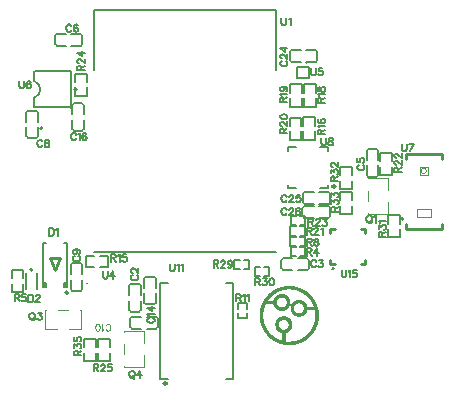
<source format=gto>
G04 Layer: TopSilkscreenLayer*
G04 Panelize: , Column: 1, Row: 1, Board Size: 43.14mm x 33.02mm, Panelized Board Size: 43.14mm x 33.02mm*
G04 EasyEDA v6.5.51, 2025-10-17 13:11:11*
G04 f2673ee1f0d542a68775028af259726c,9a4ed40c0dd746429eaf55b84663d2fb,10*
G04 Gerber Generator version 0.2*
G04 Scale: 100 percent, Rotated: No, Reflected: No *
G04 Dimensions in millimeters *
G04 leading zeros omitted , absolute positions ,4 integer and 5 decimal *
%FSLAX45Y45*%
%MOMM*%

%ADD10C,0.1524*%
%ADD11C,0.1200*%
%ADD12C,0.1270*%
%ADD13C,0.1250*%
%ADD14C,0.1520*%
%ADD15C,0.2540*%
%ADD16C,0.1500*%
%ADD17C,0.2000*%
%ADD18C,0.1000*%
%ADD19C,0.0128*%
%ADD20C,0.1999*%
%ADD21C,0.1001*%
%ADD22C,0.2500*%
%ADD23C,0.2500*%

%LPD*%
G36*
X1181811Y-56286D02*
G01*
X1153363Y-56337D01*
X1151128Y-57302D01*
X1150721Y-58369D01*
X1139088Y-58369D01*
X1137767Y-59080D01*
X1137767Y-60401D01*
X1128318Y-60401D01*
X1127455Y-61214D01*
X1127455Y-62382D01*
X1118819Y-62636D01*
X1117193Y-64516D01*
X1111656Y-64516D01*
X1110843Y-66598D01*
X1105154Y-66598D01*
X1104696Y-67767D01*
X1103833Y-68630D01*
X1099159Y-68630D01*
X1097483Y-70662D01*
X1093571Y-70713D01*
X1092504Y-71780D01*
X1092504Y-72745D01*
X1088542Y-72796D01*
X1086815Y-73304D01*
X1086612Y-74828D01*
X1083259Y-74828D01*
X1082192Y-75895D01*
X1082192Y-76809D01*
X1078280Y-77012D01*
X1078026Y-78943D01*
X1074369Y-78943D01*
X1072184Y-80975D01*
X1069644Y-80975D01*
X1068476Y-82245D01*
X1068476Y-83058D01*
X1066393Y-83058D01*
X1064463Y-84023D01*
X1064056Y-85090D01*
X1061618Y-85090D01*
X1061618Y-87172D01*
X1058316Y-87172D01*
X1057503Y-87985D01*
X1057503Y-89204D01*
X1055268Y-89204D01*
X1053795Y-89611D01*
X1053388Y-91287D01*
X1052017Y-91287D01*
X1049782Y-92811D01*
X1049578Y-93319D01*
X1047546Y-93319D01*
X1047140Y-95250D01*
X1043635Y-95910D01*
X1043381Y-97434D01*
X1041044Y-97434D01*
X1041044Y-99517D01*
X1038402Y-99517D01*
X1037285Y-100736D01*
X1037285Y-101549D01*
X1035710Y-101549D01*
X1034897Y-102362D01*
X1034897Y-103581D01*
X1032967Y-103784D01*
X1032764Y-105562D01*
X1029208Y-106172D01*
X1029004Y-107746D01*
X1027480Y-107746D01*
X1026668Y-108559D01*
X1026668Y-109728D01*
X1024788Y-109982D01*
X1024534Y-111861D01*
X1023010Y-111861D01*
X1021181Y-113944D01*
X1018743Y-114350D01*
X1018743Y-115925D01*
X1016508Y-116128D01*
X1016304Y-118008D01*
X1015136Y-118008D01*
X1014323Y-118821D01*
X1014323Y-120091D01*
X1013053Y-120091D01*
X1012240Y-120904D01*
X1012240Y-122072D01*
X1010361Y-122326D01*
X1010158Y-124155D01*
X1008278Y-124358D01*
X1008075Y-126187D01*
X1006246Y-126441D01*
X1006043Y-128270D01*
X1004163Y-128473D01*
X1003960Y-130352D01*
X1001979Y-130352D01*
X1001979Y-132384D01*
X1000048Y-132588D01*
X999845Y-134416D01*
X998016Y-134670D01*
X997813Y-136550D01*
X995781Y-136550D01*
X995781Y-138531D01*
X994156Y-138938D01*
X993394Y-140970D01*
X992124Y-140970D01*
X991717Y-143002D01*
X990142Y-143205D01*
X989482Y-146812D01*
X987704Y-147015D01*
X987501Y-148844D01*
X985672Y-149047D01*
X985469Y-150876D01*
X983742Y-151282D01*
X983386Y-153263D01*
X982065Y-153619D01*
X981405Y-155448D01*
X981405Y-157073D01*
X979474Y-157276D01*
X979271Y-159156D01*
X977290Y-159156D01*
X977290Y-161899D01*
X976325Y-161899D01*
X975207Y-163169D01*
X975207Y-165354D01*
X973988Y-165354D01*
X973175Y-166166D01*
X973175Y-167589D01*
X971600Y-168249D01*
X970991Y-171500D01*
X970127Y-171500D01*
X969060Y-172618D01*
X969060Y-175564D01*
X967130Y-175818D01*
X966825Y-177850D01*
X965453Y-178104D01*
X964946Y-178917D01*
X964895Y-181813D01*
X962863Y-181813D01*
X962863Y-185877D01*
X960983Y-186080D01*
X960780Y-189992D01*
X958900Y-190195D01*
X958697Y-194106D01*
X956868Y-194310D01*
X956665Y-198272D01*
X954633Y-198272D01*
X954633Y-202336D01*
X1076045Y-202336D01*
X1076045Y-187960D01*
X1077264Y-187960D01*
X1078077Y-187147D01*
X1078077Y-181508D01*
X1079601Y-181305D01*
X1080058Y-179578D01*
X1080160Y-176885D01*
X1081278Y-175615D01*
X1082192Y-175615D01*
X1082192Y-173329D01*
X1083564Y-172974D01*
X1084275Y-171145D01*
X1084275Y-169468D01*
X1086307Y-169468D01*
X1086307Y-167436D01*
X1088186Y-167233D01*
X1088440Y-165404D01*
X1090269Y-165150D01*
X1090472Y-163271D01*
X1092504Y-163271D01*
X1092504Y-161239D01*
X1094384Y-161188D01*
X1096060Y-159156D01*
X1098651Y-159156D01*
X1098651Y-157124D01*
X1102614Y-156921D01*
X1102817Y-155041D01*
X1108964Y-155041D01*
X1108964Y-154228D01*
X1110081Y-153009D01*
X1127404Y-153009D01*
X1127810Y-155041D01*
X1133500Y-155041D01*
X1134262Y-157124D01*
X1137666Y-157124D01*
X1138072Y-159156D01*
X1141831Y-159156D01*
X1142034Y-161036D01*
X1143863Y-161290D01*
X1144270Y-163271D01*
X1145844Y-163271D01*
X1146606Y-165354D01*
X1147978Y-165354D01*
X1148689Y-167386D01*
X1150010Y-167386D01*
X1150416Y-169468D01*
X1152093Y-169468D01*
X1152347Y-171348D01*
X1154226Y-171551D01*
X1154226Y-174548D01*
X1154633Y-175615D01*
X1156258Y-175615D01*
X1156258Y-178409D01*
X1156970Y-179730D01*
X1158341Y-179730D01*
X1158341Y-184607D01*
X1159052Y-185928D01*
X1160373Y-185928D01*
X1160373Y-204419D01*
X1159154Y-204419D01*
X1158341Y-205282D01*
X1158341Y-210515D01*
X1156258Y-210921D01*
X1156258Y-214731D01*
X1155039Y-214731D01*
X1154226Y-215544D01*
X1154226Y-217881D01*
X1153363Y-218694D01*
X1152144Y-219151D01*
X1152144Y-220878D01*
X1150264Y-221081D01*
X1150061Y-222961D01*
X1148842Y-222961D01*
X1148029Y-223774D01*
X1148029Y-224993D01*
X1146810Y-224993D01*
X1145997Y-225856D01*
X1145997Y-227025D01*
X1144117Y-227228D01*
X1143863Y-229108D01*
X1141780Y-229108D01*
X1140510Y-230276D01*
X1140510Y-231140D01*
X1137920Y-231343D01*
X1137716Y-233222D01*
X1133957Y-233222D01*
X1133551Y-234238D01*
X1131468Y-235305D01*
X1127658Y-235356D01*
X1125931Y-235864D01*
X1125728Y-237337D01*
X1110996Y-237337D01*
X1110996Y-236016D01*
X1109675Y-235305D01*
X1104595Y-235305D01*
X1104239Y-233934D01*
X1102410Y-233222D01*
X1100480Y-233222D01*
X1100124Y-231902D01*
X1098296Y-231190D01*
X1096670Y-231190D01*
X1096264Y-229565D01*
X1094232Y-229158D01*
X1092250Y-227075D01*
X1090472Y-227075D01*
X1090269Y-225196D01*
X1088440Y-224993D01*
X1088186Y-223113D01*
X1086307Y-222910D01*
X1086307Y-221132D01*
X1084275Y-219202D01*
X1084224Y-217982D01*
X1083767Y-217220D01*
X1082395Y-216966D01*
X1082040Y-213867D01*
X1081481Y-213004D01*
X1080160Y-213004D01*
X1080160Y-210210D01*
X1079449Y-208889D01*
X1078077Y-208889D01*
X1078077Y-202793D01*
X1076045Y-202336D01*
X953414Y-202387D01*
X952550Y-203200D01*
X952550Y-206502D01*
X950925Y-206908D01*
X950518Y-208381D01*
X950518Y-210972D01*
X950010Y-210972D01*
X948639Y-213207D01*
X948283Y-216966D01*
X946810Y-217170D01*
X946403Y-219252D01*
X946403Y-222961D01*
X945438Y-222961D01*
X944371Y-224028D01*
X944371Y-229108D01*
X942289Y-229108D01*
X942289Y-235610D01*
X940765Y-235813D01*
X940308Y-237540D01*
X940206Y-243535D01*
X939241Y-243535D01*
X938174Y-244602D01*
X938174Y-251967D01*
X936650Y-252628D01*
X936193Y-254355D01*
X936091Y-262737D01*
X935431Y-262737D01*
X934059Y-264972D01*
X934059Y-278485D01*
X932383Y-278892D01*
X932027Y-280416D01*
X931999Y-319989D01*
X960831Y-319989D01*
X960831Y-293065D01*
X962304Y-292404D01*
X962812Y-290677D01*
X962863Y-274116D01*
X964133Y-273710D01*
X964895Y-271983D01*
X964895Y-262077D01*
X966978Y-262077D01*
X966978Y-253746D01*
X968400Y-253390D01*
X969060Y-251714D01*
X969060Y-245567D01*
X970280Y-245567D01*
X971092Y-244754D01*
X971092Y-239420D01*
X971905Y-239420D01*
X973175Y-238302D01*
X973175Y-233222D01*
X974140Y-233222D01*
X975207Y-232156D01*
X975207Y-227126D01*
X977087Y-226923D01*
X977290Y-223215D01*
X979322Y-221335D01*
X979322Y-216763D01*
X981405Y-216763D01*
X981405Y-212699D01*
X983284Y-212496D01*
X983487Y-210616D01*
X1047496Y-210616D01*
X1047750Y-212140D01*
X1049274Y-212852D01*
X1049274Y-217779D01*
X1049680Y-218846D01*
X1051356Y-218846D01*
X1051356Y-222554D01*
X1051763Y-224688D01*
X1053388Y-225094D01*
X1053388Y-227584D01*
X1053795Y-229108D01*
X1055370Y-229108D01*
X1055827Y-232613D01*
X1057503Y-233375D01*
X1057503Y-235305D01*
X1059484Y-235305D01*
X1059942Y-238760D01*
X1061567Y-239521D01*
X1061974Y-241503D01*
X1063650Y-241503D01*
X1063853Y-243382D01*
X1065682Y-243586D01*
X1065936Y-245414D01*
X1067816Y-245617D01*
X1067816Y-247650D01*
X1069797Y-247650D01*
X1070051Y-249529D01*
X1071829Y-249732D01*
X1072235Y-251764D01*
X1074318Y-251764D01*
X1074318Y-252984D01*
X1075131Y-253847D01*
X1078026Y-253847D01*
X1078280Y-255727D01*
X1080465Y-255930D01*
X1080465Y-257098D01*
X1081328Y-257962D01*
X1084275Y-257962D01*
X1084275Y-259994D01*
X1088288Y-259994D01*
X1089050Y-262077D01*
X1094486Y-262077D01*
X1094892Y-264109D01*
X1101090Y-264109D01*
X1101090Y-265480D01*
X1102410Y-266192D01*
X1134872Y-266192D01*
X1135684Y-265328D01*
X1135684Y-264109D01*
X1141882Y-264109D01*
X1141882Y-263448D01*
X1142949Y-263448D01*
X1143304Y-262077D01*
X1147876Y-261874D01*
X1148080Y-260045D01*
X1151991Y-259842D01*
X1152194Y-257962D01*
X1156106Y-257759D01*
X1156309Y-255879D01*
X1157935Y-255879D01*
X1159764Y-255168D01*
X1160119Y-253847D01*
X1162253Y-253644D01*
X1162507Y-251764D01*
X1164488Y-251764D01*
X1164488Y-249732D01*
X1166571Y-249732D01*
X1166571Y-247650D01*
X1168450Y-247650D01*
X1169111Y-246125D01*
X1170686Y-245414D01*
X1170686Y-243535D01*
X1172718Y-243535D01*
X1172718Y-241503D01*
X1174800Y-241503D01*
X1174800Y-239471D01*
X1176680Y-239267D01*
X1176883Y-237337D01*
X1177544Y-237337D01*
X1178915Y-235966D01*
X1178915Y-233273D01*
X1180795Y-233070D01*
X1180998Y-230682D01*
X1183030Y-228854D01*
X1183030Y-224993D01*
X1185062Y-224993D01*
X1185062Y-220878D01*
X1186332Y-220878D01*
X1187145Y-220065D01*
X1187145Y-214782D01*
X1189024Y-213867D01*
X1189228Y-202082D01*
X1190498Y-201676D01*
X1191260Y-199542D01*
X1191260Y-190449D01*
X1190548Y-188620D01*
X1189177Y-188264D01*
X1189177Y-177038D01*
X1188770Y-175971D01*
X1187145Y-175971D01*
X1187145Y-169773D01*
X1185062Y-169367D01*
X1185011Y-165506D01*
X1184554Y-163779D01*
X1183030Y-163576D01*
X1183030Y-161696D01*
X1182268Y-159562D01*
X1180998Y-159156D01*
X1180795Y-157276D01*
X1178915Y-157073D01*
X1178915Y-153822D01*
X1178102Y-153009D01*
X1176883Y-153009D01*
X1176680Y-151130D01*
X1174800Y-150876D01*
X1174800Y-148894D01*
X1173886Y-148894D01*
X1172819Y-147675D01*
X1172159Y-145643D01*
X1170787Y-144983D01*
X1170025Y-143052D01*
X1168654Y-143052D01*
X1167587Y-140970D01*
X1166520Y-140970D01*
X1164132Y-138582D01*
X1162507Y-138582D01*
X1162253Y-136702D01*
X1160373Y-136499D01*
X1160373Y-135178D01*
X1159052Y-134467D01*
X1156309Y-134467D01*
X1156106Y-132588D01*
X1153871Y-132384D01*
X1153871Y-130759D01*
X1149959Y-130251D01*
X1147978Y-128320D01*
X1143914Y-128320D01*
X1143914Y-126695D01*
X1142390Y-126237D01*
X1137869Y-126237D01*
X1137107Y-124612D01*
X1134922Y-124206D01*
X1124915Y-124206D01*
X1123340Y-122529D01*
X1118565Y-122072D01*
X1113688Y-122529D01*
X1112977Y-124206D01*
X1101394Y-124206D01*
X1099413Y-125171D01*
X1099007Y-126237D01*
X1094740Y-126339D01*
X1093012Y-126796D01*
X1092809Y-128320D01*
X1089202Y-128320D01*
X1088390Y-129133D01*
X1088390Y-130352D01*
X1084275Y-130352D01*
X1084275Y-132435D01*
X1080973Y-132435D01*
X1080160Y-133248D01*
X1080160Y-134366D01*
X1077468Y-134823D01*
X1076198Y-136398D01*
X1074318Y-136906D01*
X1073912Y-138531D01*
X1072083Y-138785D01*
X1071880Y-140614D01*
X1070051Y-140817D01*
X1069797Y-142646D01*
X1067968Y-142900D01*
X1067765Y-144729D01*
X1065936Y-144932D01*
X1065682Y-146761D01*
X1063853Y-147015D01*
X1063650Y-148844D01*
X1061821Y-149047D01*
X1061567Y-150926D01*
X1060653Y-150926D01*
X1059586Y-152044D01*
X1059586Y-153263D01*
X1057503Y-155448D01*
X1057503Y-157124D01*
X1056538Y-157124D01*
X1055471Y-158191D01*
X1055471Y-161239D01*
X1054201Y-161239D01*
X1053388Y-162052D01*
X1053388Y-165354D01*
X1052423Y-165354D01*
X1051356Y-166420D01*
X1051356Y-171500D01*
X1050086Y-171500D01*
X1049274Y-172364D01*
X1049274Y-178054D01*
X1047546Y-178054D01*
X1047546Y-179730D01*
X1001979Y-179730D01*
X1001979Y-177698D01*
X1004011Y-177698D01*
X1004011Y-175615D01*
X1006094Y-175615D01*
X1006094Y-173024D01*
X1008126Y-171348D01*
X1008126Y-169468D01*
X1010208Y-169468D01*
X1010208Y-167436D01*
X1012088Y-167233D01*
X1012291Y-165354D01*
X1013460Y-165354D01*
X1014323Y-164541D01*
X1014323Y-163017D01*
X1015644Y-162661D01*
X1016355Y-160832D01*
X1016355Y-159156D01*
X1018438Y-159156D01*
X1018438Y-157124D01*
X1020470Y-157124D01*
X1020470Y-155041D01*
X1022553Y-155041D01*
X1022553Y-153009D01*
X1024585Y-153009D01*
X1024585Y-150926D01*
X1026668Y-150926D01*
X1026668Y-148894D01*
X1028700Y-148894D01*
X1028700Y-146812D01*
X1030782Y-146812D01*
X1030782Y-144780D01*
X1032814Y-144780D01*
X1032814Y-142697D01*
X1034897Y-142697D01*
X1034897Y-140665D01*
X1036574Y-140665D01*
X1038301Y-139852D01*
X1038656Y-138684D01*
X1040688Y-138277D01*
X1041095Y-136550D01*
X1042924Y-136347D01*
X1043178Y-134467D01*
X1045159Y-134467D01*
X1045159Y-132435D01*
X1047242Y-132435D01*
X1047242Y-130352D01*
X1050239Y-130352D01*
X1051356Y-129285D01*
X1051356Y-128371D01*
X1053236Y-128117D01*
X1053439Y-126237D01*
X1055471Y-126237D01*
X1055471Y-125628D01*
X1056843Y-125272D01*
X1056843Y-124256D01*
X1059383Y-124002D01*
X1059637Y-122123D01*
X1061313Y-122123D01*
X1063193Y-120142D01*
X1065580Y-119887D01*
X1065784Y-118008D01*
X1067612Y-118008D01*
X1069238Y-117602D01*
X1069848Y-115976D01*
X1071930Y-115976D01*
X1071930Y-113944D01*
X1075842Y-113741D01*
X1076096Y-111861D01*
X1079347Y-111861D01*
X1080160Y-111048D01*
X1080160Y-109778D01*
X1083919Y-109778D01*
X1084326Y-107746D01*
X1087577Y-107746D01*
X1088390Y-106883D01*
X1088390Y-105714D01*
X1092301Y-105511D01*
X1092555Y-103632D01*
X1096619Y-103632D01*
X1096619Y-102819D01*
X1097737Y-101549D01*
X1101953Y-101549D01*
X1102766Y-100736D01*
X1102766Y-99517D01*
X1107440Y-99517D01*
X1108252Y-98653D01*
X1108252Y-97434D01*
X1112875Y-97434D01*
X1114602Y-95402D01*
X1119073Y-95300D01*
X1120800Y-94843D01*
X1121003Y-93370D01*
X1127302Y-93167D01*
X1127506Y-91287D01*
X1135532Y-91236D01*
X1137208Y-89204D01*
X1147267Y-89204D01*
X1148130Y-87172D01*
X1161948Y-87071D01*
X1163624Y-86614D01*
X1164336Y-85090D01*
X1200150Y-85090D01*
X1200658Y-86004D01*
X1202385Y-87172D01*
X1216304Y-87172D01*
X1216304Y-88188D01*
X1218336Y-89204D01*
X1227226Y-89204D01*
X1228750Y-91287D01*
X1236370Y-91287D01*
X1237132Y-93319D01*
X1244701Y-93319D01*
X1244904Y-95199D01*
X1250848Y-95402D01*
X1251254Y-97434D01*
X1257096Y-97434D01*
X1257096Y-99517D01*
X1261211Y-99517D01*
X1261211Y-100482D01*
X1262735Y-101549D01*
X1267307Y-101549D01*
X1267714Y-103632D01*
X1271320Y-103632D01*
X1272082Y-105613D01*
X1275791Y-105867D01*
X1276045Y-107238D01*
X1276807Y-107696D01*
X1279702Y-107746D01*
X1279702Y-108712D01*
X1280820Y-109778D01*
X1284122Y-109778D01*
X1284376Y-111658D01*
X1287932Y-111861D01*
X1288338Y-113893D01*
X1291996Y-113893D01*
X1292402Y-115976D01*
X1294688Y-115976D01*
X1296365Y-118008D01*
X1298092Y-118008D01*
X1298854Y-120091D01*
X1302308Y-120091D01*
X1302512Y-121970D01*
X1304594Y-122326D01*
X1304848Y-123698D01*
X1305610Y-124206D01*
X1308506Y-124206D01*
X1308709Y-126085D01*
X1310538Y-126288D01*
X1310995Y-128320D01*
X1312570Y-128320D01*
X1314653Y-130352D01*
X1316736Y-130352D01*
X1316939Y-132232D01*
X1318717Y-132486D01*
X1319123Y-134467D01*
X1320850Y-134467D01*
X1321257Y-136550D01*
X1322882Y-136550D01*
X1324965Y-138582D01*
X1327048Y-138582D01*
X1327048Y-140665D01*
X1329080Y-140665D01*
X1329283Y-142544D01*
X1331112Y-142748D01*
X1331315Y-144576D01*
X1333195Y-144830D01*
X1333398Y-146659D01*
X1335278Y-146862D01*
X1335278Y-148894D01*
X1337310Y-148894D01*
X1337513Y-150774D01*
X1339392Y-150977D01*
X1339392Y-153009D01*
X1341424Y-153009D01*
X1341628Y-154889D01*
X1343456Y-155092D01*
X1343660Y-156921D01*
X1345539Y-157175D01*
X1345742Y-159004D01*
X1347571Y-159207D01*
X1347774Y-161036D01*
X1349705Y-161290D01*
X1349705Y-163271D01*
X1352092Y-165608D01*
X1352092Y-167030D01*
X1353718Y-167436D01*
X1354124Y-169468D01*
X1355801Y-169468D01*
X1356004Y-171348D01*
X1357934Y-171551D01*
X1357934Y-173634D01*
X1359916Y-175615D01*
X1360373Y-177698D01*
X1362049Y-177698D01*
X1362049Y-179730D01*
X1364081Y-179730D01*
X1364538Y-183540D01*
X1366113Y-183946D01*
X1366316Y-185775D01*
X1368196Y-185978D01*
X1368196Y-188722D01*
X1368907Y-190042D01*
X1370279Y-190042D01*
X1370279Y-192430D01*
X1372260Y-194208D01*
X1372463Y-196037D01*
X1374394Y-196240D01*
X1374394Y-198780D01*
X1374800Y-200304D01*
X1376375Y-200304D01*
X1376832Y-204114D01*
X1378508Y-204520D01*
X1378508Y-207467D01*
X1379575Y-208534D01*
X1380439Y-208534D01*
X1380845Y-211988D01*
X1381252Y-212648D01*
X1382623Y-212648D01*
X1382623Y-216763D01*
X1384655Y-216763D01*
X1384655Y-219811D01*
X1385062Y-220878D01*
X1386738Y-220878D01*
X1386738Y-224231D01*
X1387144Y-226466D01*
X1388770Y-227177D01*
X1388770Y-229108D01*
X1335278Y-229108D01*
X1335278Y-226212D01*
X1334770Y-225450D01*
X1333398Y-225196D01*
X1333195Y-219252D01*
X1331163Y-218795D01*
X1331163Y-215188D01*
X1329131Y-213664D01*
X1329131Y-210616D01*
X1328318Y-210616D01*
X1327048Y-209499D01*
X1327048Y-206806D01*
X1325016Y-206400D01*
X1325016Y-204063D01*
X1324305Y-202742D01*
X1322984Y-202742D01*
X1322781Y-200507D01*
X1320901Y-200304D01*
X1320698Y-198424D01*
X1318818Y-198221D01*
X1318818Y-196189D01*
X1316786Y-196189D01*
X1316786Y-194157D01*
X1314704Y-194157D01*
X1314704Y-192074D01*
X1312672Y-192074D01*
X1312468Y-190195D01*
X1310640Y-189992D01*
X1310436Y-188163D01*
X1308557Y-187909D01*
X1308557Y-186283D01*
X1306677Y-185826D01*
X1305306Y-184556D01*
X1304442Y-184556D01*
X1304442Y-183845D01*
X1302359Y-183845D01*
X1302359Y-182524D01*
X1301038Y-181813D01*
X1298244Y-181813D01*
X1298244Y-180187D01*
X1297178Y-179730D01*
X1294130Y-179730D01*
X1294130Y-178104D01*
X1292606Y-177698D01*
X1287983Y-177698D01*
X1287983Y-176072D01*
X1286865Y-175615D01*
X1281531Y-175615D01*
X1280820Y-174040D01*
X1278636Y-173583D01*
X1250188Y-173583D01*
X1248867Y-174294D01*
X1248867Y-175615D01*
X1241856Y-175666D01*
X1241044Y-176123D01*
X1240790Y-177546D01*
X1236675Y-177901D01*
X1235456Y-178460D01*
X1234846Y-179628D01*
X1231341Y-180086D01*
X1230680Y-180492D01*
X1230680Y-181813D01*
X1228598Y-181813D01*
X1228140Y-182981D01*
X1227328Y-183845D01*
X1224991Y-183845D01*
X1224178Y-184708D01*
X1224178Y-185928D01*
X1222451Y-185928D01*
X1221994Y-187096D01*
X1221130Y-187960D01*
X1219911Y-188010D01*
X1218387Y-188366D01*
X1218031Y-189941D01*
X1216304Y-190398D01*
X1215847Y-192074D01*
X1214729Y-192074D01*
X1213866Y-192938D01*
X1213866Y-194056D01*
X1211834Y-194462D01*
X1211834Y-196189D01*
X1210411Y-196189D01*
X1209598Y-198272D01*
X1208125Y-198678D01*
X1207719Y-200152D01*
X1207719Y-201422D01*
X1206855Y-202234D01*
X1205636Y-202692D01*
X1205636Y-204419D01*
X1204417Y-204419D01*
X1203604Y-205282D01*
X1203604Y-207568D01*
X1202740Y-208432D01*
X1201521Y-208889D01*
X1201521Y-210972D01*
X1200200Y-210972D01*
X1199794Y-211632D01*
X1199388Y-215087D01*
X1198524Y-215087D01*
X1197711Y-216103D01*
X1197254Y-221081D01*
X1195781Y-221284D01*
X1195374Y-223367D01*
X1195374Y-229108D01*
X1193292Y-229108D01*
X1193364Y-250698D01*
X1222095Y-250698D01*
X1222095Y-239369D01*
X1223518Y-238963D01*
X1224178Y-237337D01*
X1224178Y-231241D01*
X1226058Y-231038D01*
X1226261Y-227126D01*
X1228140Y-226923D01*
X1228344Y-223012D01*
X1230172Y-222808D01*
X1230376Y-220878D01*
X1231341Y-220878D01*
X1232408Y-219811D01*
X1232408Y-218287D01*
X1234440Y-216611D01*
X1234440Y-214731D01*
X1236472Y-214731D01*
X1236675Y-214223D01*
X1238910Y-212648D01*
X1239824Y-212648D01*
X1240637Y-211836D01*
X1240637Y-210667D01*
X1242517Y-210464D01*
X1242720Y-208534D01*
X1245971Y-208534D01*
X1246784Y-207721D01*
X1246784Y-206552D01*
X1250746Y-206349D01*
X1250950Y-204419D01*
X1256944Y-204368D01*
X1258620Y-203911D01*
X1259332Y-202387D01*
X1270406Y-202387D01*
X1272133Y-204419D01*
X1277670Y-204419D01*
X1277670Y-205435D01*
X1279194Y-206502D01*
X1281836Y-206502D01*
X1283919Y-208534D01*
X1286154Y-208534D01*
X1286510Y-209905D01*
X1288338Y-210616D01*
X1289964Y-210616D01*
X1290167Y-212496D01*
X1291996Y-212699D01*
X1292402Y-214731D01*
X1294028Y-214731D01*
X1294434Y-216763D01*
X1296162Y-216763D01*
X1296365Y-218694D01*
X1298244Y-218897D01*
X1298244Y-220878D01*
X1300327Y-220878D01*
X1300327Y-224993D01*
X1302359Y-224993D01*
X1302359Y-228041D01*
X1302766Y-229108D01*
X1304442Y-229108D01*
X1304442Y-233781D01*
X1304848Y-235305D01*
X1306474Y-235305D01*
X1306474Y-254152D01*
X1305102Y-254152D01*
X1304442Y-255473D01*
X1304442Y-260248D01*
X1303070Y-260604D01*
X1302359Y-262432D01*
X1302359Y-264058D01*
X1300683Y-264464D01*
X1300226Y-268224D01*
X1299057Y-268224D01*
X1298244Y-269036D01*
X1298244Y-270256D01*
X1296568Y-270713D01*
X1296162Y-272643D01*
X1294485Y-273050D01*
X1294485Y-273710D01*
X1292402Y-275539D01*
X1292402Y-276402D01*
X1290421Y-276860D01*
X1290015Y-278536D01*
X1287983Y-278536D01*
X1287983Y-280466D01*
X1284376Y-281076D01*
X1284122Y-282651D01*
X1282192Y-282651D01*
X1280363Y-283311D01*
X1280007Y-284683D01*
X1276146Y-284734D01*
X1274419Y-285242D01*
X1273759Y-286766D01*
X1255014Y-286766D01*
X1255014Y-285089D01*
X1253490Y-284683D01*
X1248867Y-284683D01*
X1248867Y-283057D01*
X1247800Y-282651D01*
X1244752Y-282651D01*
X1244752Y-280974D01*
X1243685Y-280568D01*
X1240637Y-280568D01*
X1240637Y-278536D01*
X1238605Y-278536D01*
X1238402Y-276606D01*
X1236522Y-276402D01*
X1236522Y-274726D01*
X1234440Y-274320D01*
X1234440Y-272694D01*
X1232458Y-272288D01*
X1232255Y-270459D01*
X1230325Y-270256D01*
X1230325Y-268630D01*
X1229664Y-266801D01*
X1228293Y-266446D01*
X1228293Y-264160D01*
X1226210Y-262128D01*
X1226210Y-259588D01*
X1225499Y-258267D01*
X1224178Y-258267D01*
X1224178Y-252425D01*
X1222095Y-250698D01*
X1193364Y-250698D01*
X1193393Y-259486D01*
X1193850Y-261213D01*
X1195374Y-261874D01*
X1195374Y-267157D01*
X1195781Y-268224D01*
X1197406Y-268224D01*
X1197406Y-273050D01*
X1198118Y-274421D01*
X1199489Y-274421D01*
X1199489Y-277418D01*
X1199896Y-278536D01*
X1201521Y-278536D01*
X1201521Y-281279D01*
X1202232Y-282651D01*
X1203604Y-282651D01*
X1203604Y-285038D01*
X1205636Y-286207D01*
X1205636Y-287477D01*
X1206347Y-288798D01*
X1207668Y-288798D01*
X1207871Y-290677D01*
X1209751Y-290880D01*
X1209954Y-292760D01*
X1211834Y-292963D01*
X1211834Y-294995D01*
X1213866Y-294995D01*
X1213866Y-297027D01*
X1215898Y-297027D01*
X1216101Y-298907D01*
X1217980Y-299110D01*
X1218184Y-300990D01*
X1219962Y-301193D01*
X1220368Y-303225D01*
X1222451Y-303225D01*
X1222451Y-304546D01*
X1223772Y-305257D01*
X1226210Y-305257D01*
X1226210Y-307340D01*
X1228953Y-307340D01*
X1229817Y-309219D01*
X1233424Y-309422D01*
X1234948Y-311454D01*
X1238554Y-311454D01*
X1238554Y-313486D01*
X1244600Y-313486D01*
X1245362Y-315569D01*
X1255369Y-315569D01*
X1255369Y-316585D01*
X1257401Y-317601D01*
X1273556Y-317601D01*
X1273556Y-315569D01*
X1283665Y-315366D01*
X1283868Y-313486D01*
X1291031Y-313486D01*
X1291031Y-311454D01*
X1295349Y-311454D01*
X1296162Y-310591D01*
X1296162Y-309372D01*
X1300327Y-309372D01*
X1300327Y-307340D01*
X1301953Y-307340D01*
X1303782Y-306628D01*
X1304137Y-305308D01*
X1306322Y-305104D01*
X1306525Y-303225D01*
X1308557Y-303225D01*
X1308557Y-302412D01*
X1309674Y-301142D01*
X1311402Y-301142D01*
X1312672Y-300024D01*
X1312672Y-299110D01*
X1313891Y-299110D01*
X1314704Y-298246D01*
X1314704Y-297078D01*
X1316583Y-296875D01*
X1316786Y-294995D01*
X1318006Y-294995D01*
X1318818Y-294132D01*
X1318818Y-292912D01*
X1320190Y-292912D01*
X1320901Y-291592D01*
X1320901Y-290068D01*
X1322019Y-288798D01*
X1322933Y-288798D01*
X1322933Y-286766D01*
X1324813Y-286562D01*
X1325016Y-284429D01*
X1326337Y-284073D01*
X1327048Y-282244D01*
X1327048Y-280568D01*
X1328267Y-280568D01*
X1329131Y-279755D01*
X1329131Y-276453D01*
X1330350Y-276453D01*
X1331163Y-275640D01*
X1331163Y-271780D01*
X1333195Y-270103D01*
X1333246Y-264109D01*
X1335278Y-264109D01*
X1335278Y-262077D01*
X1399082Y-262077D01*
X1399082Y-269189D01*
X1399489Y-271373D01*
X1401114Y-272084D01*
X1401114Y-284581D01*
X1401572Y-286766D01*
X1403146Y-288290D01*
X1403197Y-324104D01*
X1401622Y-324307D01*
X1401165Y-327406D01*
X1401114Y-340563D01*
X1399590Y-340766D01*
X1399133Y-342798D01*
X1399082Y-351231D01*
X1398371Y-351231D01*
X1397000Y-353466D01*
X1397000Y-360832D01*
X1395780Y-360832D01*
X1394968Y-361645D01*
X1394968Y-367030D01*
X1393088Y-368604D01*
X1392834Y-373430D01*
X1390853Y-375361D01*
X1390853Y-379323D01*
X1389888Y-379831D01*
X1388770Y-382066D01*
X1388770Y-385521D01*
X1387144Y-385927D01*
X1386738Y-387400D01*
X1386738Y-390702D01*
X1385874Y-391566D01*
X1384655Y-392023D01*
X1384655Y-395782D01*
X1383436Y-395782D01*
X1382623Y-396646D01*
X1382623Y-399897D01*
X1381607Y-399897D01*
X1380540Y-401015D01*
X1380540Y-404012D01*
X1379575Y-404012D01*
X1378508Y-405130D01*
X1378508Y-408127D01*
X1377492Y-408127D01*
X1376426Y-409244D01*
X1376426Y-412242D01*
X1375206Y-412242D01*
X1374394Y-413105D01*
X1374394Y-416356D01*
X1372463Y-416559D01*
X1372260Y-418693D01*
X1370939Y-419049D01*
X1370279Y-420878D01*
X1370279Y-422554D01*
X1368196Y-422554D01*
X1368196Y-425450D01*
X1366164Y-427126D01*
X1366164Y-428701D01*
X1365148Y-428701D01*
X1364081Y-429818D01*
X1364081Y-431038D01*
X1362049Y-433273D01*
X1362049Y-434898D01*
X1360779Y-434898D01*
X1359966Y-435711D01*
X1359966Y-437286D01*
X1358290Y-437286D01*
X1357833Y-441045D01*
X1356004Y-441248D01*
X1355801Y-443077D01*
X1353972Y-443280D01*
X1353769Y-445109D01*
X1352042Y-445566D01*
X1351635Y-447598D01*
X1350010Y-447598D01*
X1350010Y-449173D01*
X1347978Y-450697D01*
X1347520Y-453390D01*
X1345742Y-453593D01*
X1345539Y-455422D01*
X1343660Y-455625D01*
X1343456Y-457504D01*
X1341628Y-457708D01*
X1341424Y-459536D01*
X1339545Y-459740D01*
X1339342Y-461619D01*
X1337513Y-461822D01*
X1337310Y-463651D01*
X1335430Y-463854D01*
X1335227Y-465785D01*
X1333246Y-465785D01*
X1333246Y-467766D01*
X1331315Y-467969D01*
X1331112Y-469849D01*
X1329283Y-470052D01*
X1329080Y-471932D01*
X1326997Y-471932D01*
X1324559Y-474319D01*
X1323340Y-474319D01*
X1323086Y-475894D01*
X1320901Y-476097D01*
X1320901Y-478078D01*
X1318971Y-478282D01*
X1318768Y-480161D01*
X1317193Y-480161D01*
X1314958Y-482244D01*
X1313027Y-482650D01*
X1312824Y-484124D01*
X1310741Y-484428D01*
X1310538Y-486257D01*
X1307896Y-486664D01*
X1306525Y-488391D01*
X1305255Y-488391D01*
X1304442Y-489204D01*
X1304442Y-490474D01*
X1303020Y-490474D01*
X1301089Y-491439D01*
X1300683Y-492506D01*
X1299057Y-492506D01*
X1298244Y-493318D01*
X1298244Y-494588D01*
X1295552Y-494588D01*
X1294485Y-494995D01*
X1294485Y-496620D01*
X1292555Y-496620D01*
X1290828Y-498652D01*
X1288135Y-498856D01*
X1287932Y-500735D01*
X1284681Y-500735D01*
X1283868Y-501548D01*
X1283868Y-502818D01*
X1279702Y-502818D01*
X1279702Y-504850D01*
X1276451Y-504850D01*
X1275638Y-505663D01*
X1275638Y-506882D01*
X1271676Y-507085D01*
X1271473Y-508965D01*
X1267917Y-509016D01*
X1266190Y-509524D01*
X1265529Y-511048D01*
X1262024Y-511048D01*
X1261211Y-511860D01*
X1261211Y-513080D01*
X1257960Y-513080D01*
X1255369Y-513537D01*
X1255369Y-515162D01*
X1251102Y-515213D01*
X1249375Y-515670D01*
X1249172Y-517194D01*
X1244600Y-517194D01*
X1243076Y-517601D01*
X1242669Y-519277D01*
X1237030Y-519328D01*
X1235303Y-519785D01*
X1234643Y-521309D01*
X1228140Y-521309D01*
X1226616Y-521716D01*
X1226210Y-523341D01*
X1215542Y-523544D01*
X1213916Y-525424D01*
X1199540Y-525424D01*
X1197660Y-524459D01*
X1196746Y-524814D01*
X1195527Y-527456D01*
X1168654Y-527507D01*
X1168450Y-525932D01*
X1165352Y-525475D01*
X1152144Y-525424D01*
X1152144Y-455777D01*
X1154531Y-453440D01*
X1159560Y-453440D01*
X1160373Y-452577D01*
X1160373Y-451358D01*
X1164437Y-451358D01*
X1166520Y-449275D01*
X1169314Y-449275D01*
X1170686Y-447903D01*
X1170686Y-447243D01*
X1172718Y-447243D01*
X1172718Y-446430D01*
X1173886Y-445211D01*
X1176832Y-445211D01*
X1176832Y-443128D01*
X1178915Y-443128D01*
X1178915Y-441045D01*
X1181760Y-441045D01*
X1183030Y-439928D01*
X1183030Y-439013D01*
X1184249Y-439013D01*
X1185062Y-438200D01*
X1185062Y-436981D01*
X1186942Y-436778D01*
X1187196Y-434898D01*
X1188364Y-434898D01*
X1189177Y-434085D01*
X1189177Y-432816D01*
X1191260Y-432816D01*
X1191260Y-430530D01*
X1192631Y-430174D01*
X1193292Y-428345D01*
X1193292Y-426669D01*
X1195374Y-426669D01*
X1195374Y-424586D01*
X1196594Y-424586D01*
X1197406Y-423773D01*
X1197406Y-420522D01*
X1199286Y-420319D01*
X1199540Y-416407D01*
X1201369Y-416204D01*
X1201572Y-412292D01*
X1203401Y-412089D01*
X1203604Y-406146D01*
X1205484Y-405892D01*
X1205687Y-397865D01*
X1206449Y-397865D01*
X1207719Y-396748D01*
X1207719Y-371754D01*
X1205636Y-370941D01*
X1205636Y-363372D01*
X1203604Y-361848D01*
X1203604Y-357022D01*
X1201572Y-356616D01*
X1201369Y-352755D01*
X1199540Y-352552D01*
X1199286Y-348640D01*
X1197406Y-348437D01*
X1197406Y-344678D01*
X1195425Y-344271D01*
X1195222Y-342493D01*
X1193292Y-342239D01*
X1193292Y-339394D01*
X1192784Y-338632D01*
X1191412Y-338328D01*
X1191209Y-336448D01*
X1189177Y-336042D01*
X1189177Y-334416D01*
X1187145Y-334010D01*
X1187145Y-332333D01*
X1185062Y-331927D01*
X1185062Y-330301D01*
X1183030Y-329895D01*
X1183030Y-327914D01*
X1180693Y-327914D01*
X1180338Y-326542D01*
X1178509Y-325831D01*
X1176883Y-325831D01*
X1176680Y-323951D01*
X1174902Y-323748D01*
X1174140Y-322122D01*
X1170686Y-321614D01*
X1170686Y-320090D01*
X1169111Y-319684D01*
X1166571Y-319684D01*
X1166571Y-318262D01*
X1164793Y-317601D01*
X1161592Y-317601D01*
X1159865Y-315569D01*
X1154226Y-315569D01*
X1154226Y-313893D01*
X1152652Y-313486D01*
X1141120Y-313486D01*
X1138783Y-311454D01*
X1132840Y-311454D01*
X1130554Y-312877D01*
X1130554Y-313486D01*
X1118260Y-313486D01*
X1117193Y-314553D01*
X1117193Y-315518D01*
X1111199Y-315722D01*
X1110945Y-317601D01*
X1106728Y-317601D01*
X1105255Y-318008D01*
X1104849Y-319684D01*
X1101801Y-319684D01*
X1100734Y-320751D01*
X1100734Y-321716D01*
X1099058Y-321716D01*
X1097229Y-322427D01*
X1096873Y-323748D01*
X1094740Y-323951D01*
X1094536Y-325780D01*
X1091844Y-326186D01*
X1090574Y-327863D01*
X1088542Y-328066D01*
X1088339Y-329895D01*
X1086662Y-330301D01*
X1086256Y-332028D01*
X1085088Y-332028D01*
X1084275Y-332841D01*
X1084275Y-334060D01*
X1082192Y-334060D01*
X1082192Y-336042D01*
X1080465Y-336499D01*
X1080058Y-338480D01*
X1078585Y-338683D01*
X1077976Y-342290D01*
X1076198Y-342493D01*
X1075994Y-344373D01*
X1074674Y-344373D01*
X1073962Y-345694D01*
X1073962Y-348437D01*
X1072083Y-348640D01*
X1071880Y-352552D01*
X1070051Y-352755D01*
X1069848Y-356565D01*
X1067816Y-357327D01*
X1067816Y-362864D01*
X1066546Y-362864D01*
X1065733Y-363677D01*
X1065733Y-371398D01*
X1064209Y-371602D01*
X1063752Y-373684D01*
X1063752Y-383946D01*
X1094384Y-383946D01*
X1094587Y-373176D01*
X1095806Y-373176D01*
X1096619Y-372364D01*
X1096619Y-366979D01*
X1098651Y-366979D01*
X1098651Y-362864D01*
X1100734Y-362864D01*
X1100734Y-360832D01*
X1101953Y-360832D01*
X1102766Y-360019D01*
X1102766Y-358495D01*
X1104138Y-358140D01*
X1104849Y-356311D01*
X1104849Y-354634D01*
X1106881Y-354634D01*
X1106881Y-353822D01*
X1108049Y-352602D01*
X1109776Y-352602D01*
X1110996Y-351434D01*
X1110996Y-350570D01*
X1112875Y-350367D01*
X1113129Y-348488D01*
X1115923Y-348488D01*
X1117193Y-347319D01*
X1117193Y-346405D01*
X1118870Y-346405D01*
X1120698Y-345744D01*
X1121054Y-344373D01*
X1126134Y-344373D01*
X1127455Y-343662D01*
X1127455Y-342290D01*
X1144270Y-342290D01*
X1144270Y-343560D01*
X1145082Y-344373D01*
X1150467Y-344373D01*
X1150467Y-345389D01*
X1152448Y-346405D01*
X1154582Y-346405D01*
X1154582Y-347776D01*
X1155903Y-348488D01*
X1158290Y-348488D01*
X1158748Y-350520D01*
X1160729Y-350520D01*
X1160729Y-351891D01*
X1162050Y-352602D01*
X1164488Y-352602D01*
X1164488Y-354634D01*
X1166571Y-354634D01*
X1166571Y-356768D01*
X1168552Y-358749D01*
X1169162Y-360629D01*
X1170635Y-360883D01*
X1170838Y-362712D01*
X1172718Y-362915D01*
X1172718Y-365912D01*
X1173175Y-366979D01*
X1174800Y-366979D01*
X1174800Y-370332D01*
X1175258Y-372516D01*
X1176782Y-373278D01*
X1177036Y-383133D01*
X1177899Y-383692D01*
X1176832Y-387045D01*
X1176832Y-395782D01*
X1175207Y-396189D01*
X1174800Y-397713D01*
X1174800Y-401980D01*
X1172718Y-401980D01*
X1172718Y-405130D01*
X1171854Y-405942D01*
X1170686Y-406400D01*
X1170686Y-408076D01*
X1168958Y-408533D01*
X1168552Y-410565D01*
X1166926Y-410565D01*
X1166926Y-412242D01*
X1164996Y-414274D01*
X1163066Y-415035D01*
X1162710Y-416306D01*
X1160729Y-416712D01*
X1160322Y-418439D01*
X1159154Y-418439D01*
X1158341Y-419252D01*
X1158341Y-420471D01*
X1155293Y-420471D01*
X1154226Y-421589D01*
X1154226Y-422554D01*
X1151178Y-422554D01*
X1150112Y-423621D01*
X1150112Y-424586D01*
X1145032Y-424586D01*
X1143914Y-425043D01*
X1143914Y-426618D01*
X1142136Y-425704D01*
X1141171Y-426059D01*
X1141171Y-426669D01*
X1127455Y-426669D01*
X1127455Y-425043D01*
X1126388Y-424586D01*
X1121308Y-424586D01*
X1121308Y-422554D01*
X1117193Y-422554D01*
X1117193Y-420928D01*
X1116076Y-420471D01*
X1113129Y-420471D01*
X1112875Y-418592D01*
X1110996Y-418388D01*
X1110996Y-416763D01*
X1109065Y-416356D01*
X1108303Y-414680D01*
X1106982Y-414680D01*
X1104849Y-412597D01*
X1104849Y-411429D01*
X1104341Y-410616D01*
X1102969Y-410362D01*
X1102715Y-408127D01*
X1100734Y-408127D01*
X1100734Y-406349D01*
X1098702Y-404418D01*
X1098499Y-402132D01*
X1096619Y-401929D01*
X1096619Y-396443D01*
X1094587Y-395681D01*
X1094384Y-383946D01*
X1063752Y-383946D01*
X1063752Y-395274D01*
X1064209Y-397002D01*
X1065733Y-397662D01*
X1065733Y-404571D01*
X1066190Y-406095D01*
X1067816Y-406095D01*
X1067816Y-412242D01*
X1069848Y-412242D01*
X1069848Y-415290D01*
X1070254Y-416356D01*
X1071930Y-416356D01*
X1071930Y-419404D01*
X1072337Y-420471D01*
X1073861Y-420471D01*
X1074470Y-424434D01*
X1075994Y-424637D01*
X1076198Y-426516D01*
X1078077Y-426720D01*
X1078077Y-428701D01*
X1080414Y-430936D01*
X1080668Y-432308D01*
X1082090Y-432968D01*
X1082852Y-434898D01*
X1084122Y-434898D01*
X1084884Y-436880D01*
X1086510Y-437134D01*
X1086713Y-438708D01*
X1088694Y-439115D01*
X1088694Y-440334D01*
X1090066Y-441045D01*
X1092454Y-441045D01*
X1092657Y-442976D01*
X1094486Y-443179D01*
X1094892Y-445211D01*
X1098600Y-445211D01*
X1098854Y-447090D01*
X1101090Y-447293D01*
X1101090Y-448513D01*
X1102817Y-449275D01*
X1105154Y-449275D01*
X1107135Y-451358D01*
X1110945Y-451358D01*
X1111656Y-453440D01*
X1118006Y-453440D01*
X1119225Y-454558D01*
X1119225Y-517194D01*
X1115110Y-517194D01*
X1115110Y-515874D01*
X1113790Y-515162D01*
X1108964Y-515162D01*
X1108964Y-513892D01*
X1108151Y-513080D01*
X1102766Y-513080D01*
X1102766Y-511454D01*
X1101699Y-511048D01*
X1098753Y-511048D01*
X1098346Y-509422D01*
X1096162Y-508965D01*
X1094536Y-508965D01*
X1094536Y-508406D01*
X1091742Y-506933D01*
X1088440Y-506933D01*
X1088186Y-505002D01*
X1084326Y-504799D01*
X1084072Y-502970D01*
X1080160Y-502767D01*
X1080160Y-500735D01*
X1077061Y-500735D01*
X1075537Y-498703D01*
X1073962Y-498703D01*
X1073200Y-496976D01*
X1069848Y-496519D01*
X1069848Y-494588D01*
X1065733Y-494588D01*
X1065733Y-492506D01*
X1063853Y-492506D01*
X1063193Y-490982D01*
X1059586Y-490321D01*
X1059383Y-488543D01*
X1057554Y-488340D01*
X1057198Y-486765D01*
X1055014Y-486359D01*
X1053439Y-486359D01*
X1053236Y-484428D01*
X1051356Y-484225D01*
X1051356Y-482549D01*
X1049375Y-482142D01*
X1048613Y-480517D01*
X1045159Y-480059D01*
X1045159Y-478129D01*
X1043127Y-478129D01*
X1043127Y-476351D01*
X1041044Y-475945D01*
X1041044Y-474319D01*
X1039063Y-473913D01*
X1038656Y-472338D01*
X1036726Y-471982D01*
X1035964Y-470306D01*
X1034034Y-469798D01*
X1032814Y-468731D01*
X1032814Y-467817D01*
X1030782Y-467817D01*
X1030782Y-465785D01*
X1028700Y-465785D01*
X1028700Y-463702D01*
X1026718Y-463702D01*
X1026464Y-461822D01*
X1024585Y-461619D01*
X1024585Y-459587D01*
X1022553Y-459587D01*
X1022553Y-457504D01*
X1020470Y-457504D01*
X1020470Y-455625D01*
X1018946Y-454964D01*
X1017422Y-451713D01*
X1016457Y-451713D01*
X1016050Y-449681D01*
X1014476Y-449478D01*
X1014272Y-447548D01*
X1012291Y-447141D01*
X1012088Y-445363D01*
X1010208Y-445160D01*
X1010005Y-443280D01*
X1008176Y-443077D01*
X1007973Y-439521D01*
X1006094Y-439318D01*
X1006094Y-437286D01*
X1004062Y-436880D01*
X1003858Y-435051D01*
X1001979Y-434848D01*
X1001928Y-432003D01*
X1001420Y-431190D01*
X1000099Y-430936D01*
X999744Y-428904D01*
X997864Y-428701D01*
X997864Y-426262D01*
X997153Y-424942D01*
X995832Y-424942D01*
X995629Y-422706D01*
X993749Y-422503D01*
X993749Y-419049D01*
X991666Y-418287D01*
X991666Y-416763D01*
X990955Y-414934D01*
X989634Y-414578D01*
X989634Y-412750D01*
X987602Y-411226D01*
X987399Y-408330D01*
X985519Y-408127D01*
X985316Y-404215D01*
X983487Y-404012D01*
X983284Y-400100D01*
X981405Y-399846D01*
X981405Y-396036D01*
X979322Y-394055D01*
X979322Y-390702D01*
X978255Y-389636D01*
X977290Y-389636D01*
X977290Y-385826D01*
X975207Y-385419D01*
X975207Y-379984D01*
X973175Y-379171D01*
X973175Y-373989D01*
X972312Y-373176D01*
X971092Y-373176D01*
X971092Y-367385D01*
X969060Y-366928D01*
X969060Y-359816D01*
X967943Y-358749D01*
X966978Y-358749D01*
X966978Y-350520D01*
X964895Y-350520D01*
X964895Y-340258D01*
X964133Y-338531D01*
X962863Y-338531D01*
X962863Y-321767D01*
X962050Y-319989D01*
X931999Y-319989D01*
X931976Y-331571D01*
X932434Y-333756D01*
X934008Y-334111D01*
X934212Y-348081D01*
X936091Y-349554D01*
X936091Y-358089D01*
X937107Y-360070D01*
X938174Y-360476D01*
X938174Y-366572D01*
X938580Y-368706D01*
X940206Y-369112D01*
X940206Y-374091D01*
X940663Y-376326D01*
X942289Y-377037D01*
X942289Y-381711D01*
X942949Y-383438D01*
X944371Y-383438D01*
X944371Y-388315D01*
X945032Y-389636D01*
X946403Y-389636D01*
X946403Y-392988D01*
X946810Y-395020D01*
X948486Y-395782D01*
X948486Y-398830D01*
X948893Y-399897D01*
X950518Y-399897D01*
X950518Y-403250D01*
X950976Y-405485D01*
X952550Y-406196D01*
X952550Y-408889D01*
X953262Y-410209D01*
X954582Y-410209D01*
X954786Y-414172D01*
X956665Y-414375D01*
X956665Y-417372D01*
X957122Y-418439D01*
X958748Y-418439D01*
X958748Y-422554D01*
X960831Y-422554D01*
X960831Y-425602D01*
X961237Y-426669D01*
X962863Y-426669D01*
X962863Y-429006D01*
X963523Y-430784D01*
X964895Y-430784D01*
X964895Y-432460D01*
X965606Y-434289D01*
X966927Y-434644D01*
X967130Y-436778D01*
X969060Y-436981D01*
X969060Y-439318D01*
X969721Y-441045D01*
X971042Y-441045D01*
X971245Y-442976D01*
X973175Y-443179D01*
X973175Y-446176D01*
X973582Y-447243D01*
X975156Y-447243D01*
X975360Y-449122D01*
X977188Y-449326D01*
X977595Y-452729D01*
X978001Y-453440D01*
X979271Y-453440D01*
X979474Y-455320D01*
X981405Y-455523D01*
X981405Y-457200D01*
X983386Y-459079D01*
X983589Y-461467D01*
X985418Y-461670D01*
X985824Y-463702D01*
X987501Y-463702D01*
X987704Y-465582D01*
X989634Y-465785D01*
X989634Y-467817D01*
X991666Y-467817D01*
X991666Y-470509D01*
X992733Y-471576D01*
X993749Y-471576D01*
X994156Y-473659D01*
X995730Y-474065D01*
X996187Y-476046D01*
X997762Y-476046D01*
X998169Y-478129D01*
X999794Y-478129D01*
X1000201Y-480161D01*
X1001877Y-480161D01*
X1002284Y-482244D01*
X1003909Y-482244D01*
X1004366Y-484276D01*
X1005992Y-484276D01*
X1006398Y-486359D01*
X1008024Y-486359D01*
X1008481Y-488391D01*
X1010107Y-488391D01*
X1010513Y-490474D01*
X1012139Y-490474D01*
X1012545Y-492506D01*
X1014171Y-492506D01*
X1014933Y-494588D01*
X1016609Y-494588D01*
X1016965Y-495909D01*
X1018794Y-496620D01*
X1020470Y-496620D01*
X1020470Y-498703D01*
X1022502Y-498703D01*
X1022705Y-500583D01*
X1024534Y-500786D01*
X1024940Y-502818D01*
X1026515Y-502818D01*
X1027277Y-504850D01*
X1028649Y-504850D01*
X1030782Y-506069D01*
X1030782Y-506933D01*
X1032764Y-506933D01*
X1032967Y-508812D01*
X1034745Y-509016D01*
X1035507Y-511048D01*
X1038961Y-511048D01*
X1039164Y-512927D01*
X1040993Y-513130D01*
X1041450Y-515162D01*
X1043076Y-515162D01*
X1045159Y-516331D01*
X1045159Y-517194D01*
X1047140Y-517194D01*
X1047851Y-519277D01*
X1051306Y-519277D01*
X1051509Y-521157D01*
X1053693Y-521360D01*
X1053998Y-522681D01*
X1055827Y-523392D01*
X1057452Y-523392D01*
X1057706Y-525272D01*
X1061618Y-525475D01*
X1061618Y-527507D01*
X1065682Y-527507D01*
X1065936Y-529386D01*
X1069797Y-529590D01*
X1070203Y-531622D01*
X1073912Y-531622D01*
X1074318Y-533654D01*
X1077925Y-533654D01*
X1078738Y-535736D01*
X1082548Y-535736D01*
X1082548Y-537057D01*
X1083868Y-537768D01*
X1088288Y-537768D01*
X1088694Y-539851D01*
X1092504Y-539851D01*
X1092504Y-540816D01*
X1094028Y-541883D01*
X1098499Y-541883D01*
X1099312Y-543966D01*
X1104747Y-543966D01*
X1105509Y-545998D01*
X1111300Y-545998D01*
X1111504Y-547522D01*
X1113231Y-547979D01*
X1119073Y-548081D01*
X1119886Y-550113D01*
X1127810Y-550113D01*
X1128217Y-551180D01*
X1130198Y-552196D01*
X1138732Y-552196D01*
X1139647Y-554075D01*
X1154379Y-554431D01*
X1154633Y-555802D01*
X1155395Y-556310D01*
X1209751Y-556310D01*
X1209751Y-554228D01*
X1223721Y-554228D01*
X1225702Y-552196D01*
X1234440Y-552196D01*
X1236065Y-551535D01*
X1236472Y-550113D01*
X1243939Y-550113D01*
X1244752Y-549300D01*
X1244752Y-548081D01*
X1252372Y-548081D01*
X1253134Y-545998D01*
X1258316Y-545998D01*
X1259128Y-545185D01*
X1259128Y-543966D01*
X1265326Y-543966D01*
X1265326Y-541883D01*
X1270660Y-541883D01*
X1271473Y-541070D01*
X1271473Y-539851D01*
X1275435Y-539800D01*
X1277112Y-537768D01*
X1280972Y-537768D01*
X1281785Y-536956D01*
X1281785Y-535736D01*
X1285748Y-535533D01*
X1285951Y-533654D01*
X1290015Y-533654D01*
X1290015Y-531622D01*
X1294130Y-531622D01*
X1294130Y-529539D01*
X1298244Y-529539D01*
X1298244Y-527507D01*
X1302359Y-527507D01*
X1302359Y-525475D01*
X1306322Y-525272D01*
X1306525Y-523392D01*
X1309776Y-523392D01*
X1310589Y-522528D01*
X1310589Y-521309D01*
X1312672Y-521309D01*
X1312672Y-519277D01*
X1316583Y-519074D01*
X1316786Y-517194D01*
X1318412Y-517194D01*
X1320241Y-516534D01*
X1320596Y-515162D01*
X1322933Y-515162D01*
X1322933Y-513080D01*
X1324559Y-513080D01*
X1326743Y-511962D01*
X1327099Y-511048D01*
X1329131Y-511048D01*
X1329131Y-508965D01*
X1331163Y-508965D01*
X1331163Y-506933D01*
X1333195Y-506933D01*
X1334820Y-506272D01*
X1335227Y-504901D01*
X1337157Y-504698D01*
X1337360Y-502818D01*
X1339392Y-502818D01*
X1339392Y-500735D01*
X1341475Y-500735D01*
X1341475Y-498703D01*
X1343101Y-498703D01*
X1344930Y-497992D01*
X1345285Y-496620D01*
X1346809Y-496620D01*
X1347622Y-495808D01*
X1347622Y-494588D01*
X1349705Y-494588D01*
X1349705Y-492556D01*
X1351584Y-492353D01*
X1351788Y-490474D01*
X1353820Y-490474D01*
X1353820Y-488391D01*
X1355852Y-488391D01*
X1355852Y-486359D01*
X1357934Y-486359D01*
X1357934Y-484276D01*
X1359966Y-484276D01*
X1359966Y-482244D01*
X1362049Y-482244D01*
X1362049Y-480161D01*
X1364081Y-480161D01*
X1364081Y-478129D01*
X1366164Y-478129D01*
X1366164Y-476046D01*
X1368196Y-476046D01*
X1368196Y-474014D01*
X1370076Y-473811D01*
X1370330Y-471932D01*
X1371498Y-471932D01*
X1372311Y-471119D01*
X1372311Y-469950D01*
X1373987Y-468884D01*
X1374444Y-467309D01*
X1376426Y-465480D01*
X1376426Y-463702D01*
X1378508Y-463702D01*
X1378508Y-461670D01*
X1380388Y-461467D01*
X1380591Y-459587D01*
X1381658Y-459587D01*
X1382572Y-458368D01*
X1382623Y-455472D01*
X1384655Y-455472D01*
X1384655Y-453440D01*
X1386535Y-453237D01*
X1386738Y-451104D01*
X1388110Y-450748D01*
X1388770Y-448919D01*
X1388770Y-447243D01*
X1390853Y-447243D01*
X1390853Y-445211D01*
X1391970Y-445211D01*
X1392885Y-443992D01*
X1392885Y-441096D01*
X1394764Y-440893D01*
X1395018Y-438505D01*
X1397000Y-436626D01*
X1397000Y-434898D01*
X1398219Y-434898D01*
X1399082Y-434085D01*
X1399082Y-430834D01*
X1400962Y-430631D01*
X1401165Y-426669D01*
X1403197Y-426669D01*
X1403197Y-424688D01*
X1404112Y-424332D01*
X1405229Y-422097D01*
X1405229Y-419811D01*
X1406347Y-419811D01*
X1406702Y-418439D01*
X1407312Y-418439D01*
X1407312Y-415848D01*
X1409344Y-414172D01*
X1409344Y-410209D01*
X1411427Y-410209D01*
X1411427Y-406146D01*
X1413306Y-405892D01*
X1413510Y-401980D01*
X1414373Y-401980D01*
X1415542Y-400710D01*
X1415542Y-395833D01*
X1417421Y-395630D01*
X1417624Y-391160D01*
X1419656Y-389331D01*
X1419656Y-383438D01*
X1421688Y-383438D01*
X1421688Y-377342D01*
X1423568Y-377088D01*
X1423771Y-370941D01*
X1425803Y-370027D01*
X1425803Y-360883D01*
X1427683Y-360629D01*
X1427886Y-350570D01*
X1429766Y-350367D01*
X1429918Y-337515D01*
X1430934Y-337515D01*
X1432001Y-335229D01*
X1431798Y-276047D01*
X1429918Y-274421D01*
X1429918Y-262534D01*
X1427886Y-261010D01*
X1427886Y-252171D01*
X1425803Y-249986D01*
X1425803Y-243941D01*
X1425143Y-242112D01*
X1423771Y-241757D01*
X1423771Y-235762D01*
X1421688Y-234238D01*
X1421688Y-229463D01*
X1420672Y-227431D01*
X1419656Y-227431D01*
X1419656Y-223367D01*
X1418945Y-221538D01*
X1417574Y-221183D01*
X1417574Y-217119D01*
X1415542Y-216712D01*
X1415542Y-211277D01*
X1413459Y-210566D01*
X1413459Y-206806D01*
X1411427Y-206400D01*
X1411427Y-202438D01*
X1409344Y-200355D01*
X1409344Y-198729D01*
X1408633Y-196596D01*
X1407312Y-196138D01*
X1407312Y-193751D01*
X1406601Y-192430D01*
X1405229Y-192430D01*
X1405229Y-189636D01*
X1404518Y-188315D01*
X1403197Y-188315D01*
X1403197Y-186232D01*
X1401165Y-184404D01*
X1400962Y-181965D01*
X1399082Y-181762D01*
X1399082Y-178003D01*
X1397000Y-177596D01*
X1397000Y-174752D01*
X1396187Y-173939D01*
X1395018Y-173939D01*
X1394764Y-171704D01*
X1392885Y-171450D01*
X1392885Y-168046D01*
X1390853Y-167284D01*
X1390650Y-165506D01*
X1388770Y-165303D01*
X1388770Y-162407D01*
X1388262Y-161645D01*
X1386890Y-161391D01*
X1386535Y-159359D01*
X1384655Y-159105D01*
X1384655Y-157175D01*
X1382623Y-155092D01*
X1382623Y-153619D01*
X1380591Y-152857D01*
X1380388Y-151130D01*
X1378508Y-150876D01*
X1378508Y-148894D01*
X1376426Y-148894D01*
X1376426Y-146862D01*
X1375613Y-145084D01*
X1374394Y-145084D01*
X1374394Y-143357D01*
X1372311Y-142646D01*
X1372311Y-140970D01*
X1370279Y-140563D01*
X1370076Y-138785D01*
X1368247Y-138531D01*
X1368044Y-136702D01*
X1366164Y-136499D01*
X1365961Y-134670D01*
X1364132Y-134416D01*
X1363929Y-132588D01*
X1362049Y-132384D01*
X1362049Y-130352D01*
X1359966Y-130352D01*
X1359966Y-128320D01*
X1357934Y-128320D01*
X1357731Y-126441D01*
X1355902Y-126187D01*
X1355699Y-124358D01*
X1353820Y-124155D01*
X1353616Y-122326D01*
X1351788Y-122072D01*
X1351584Y-120243D01*
X1349705Y-120040D01*
X1349502Y-118211D01*
X1347622Y-117957D01*
X1347622Y-116281D01*
X1345590Y-115874D01*
X1345590Y-114604D01*
X1343253Y-113639D01*
X1342796Y-112217D01*
X1339443Y-111760D01*
X1339240Y-109982D01*
X1337360Y-109728D01*
X1337157Y-107899D01*
X1335278Y-107696D01*
X1335278Y-106070D01*
X1333093Y-105613D01*
X1331112Y-103632D01*
X1329131Y-103632D01*
X1328928Y-101752D01*
X1327099Y-101498D01*
X1326743Y-99923D01*
X1324559Y-99517D01*
X1322984Y-99517D01*
X1322781Y-97637D01*
X1320901Y-97383D01*
X1320901Y-96113D01*
X1319530Y-95402D01*
X1316786Y-95402D01*
X1316583Y-93522D01*
X1314805Y-93268D01*
X1314043Y-91643D01*
X1310589Y-91186D01*
X1310589Y-89611D01*
X1309522Y-89204D01*
X1306525Y-89204D01*
X1306322Y-87325D01*
X1303934Y-87122D01*
X1301902Y-85090D01*
X1300429Y-85090D01*
X1299667Y-83413D01*
X1296162Y-82956D01*
X1296162Y-81381D01*
X1292148Y-80924D01*
X1291437Y-79349D01*
X1289253Y-78943D01*
X1287576Y-78943D01*
X1287170Y-77876D01*
X1285240Y-76860D01*
X1281785Y-76860D01*
X1281785Y-75234D01*
X1280718Y-74828D01*
X1277670Y-74828D01*
X1277670Y-73406D01*
X1275892Y-72745D01*
X1271473Y-72745D01*
X1271473Y-71120D01*
X1270406Y-70713D01*
X1267104Y-70713D01*
X1266748Y-69342D01*
X1264920Y-68630D01*
X1261160Y-68630D01*
X1259586Y-66751D01*
X1254506Y-66497D01*
X1252524Y-64516D01*
X1246936Y-64516D01*
X1246174Y-62890D01*
X1243990Y-62484D01*
X1237945Y-62484D01*
X1237386Y-61569D01*
X1235659Y-60401D01*
X1227632Y-60401D01*
X1227074Y-59486D01*
X1225397Y-58369D01*
X1213662Y-58369D01*
X1212900Y-56743D01*
X1210310Y-56286D01*
G37*
D10*
X-396415Y68673D02*
G01*
X-396415Y25239D01*
X-393367Y16603D01*
X-387525Y10761D01*
X-378889Y7967D01*
X-373301Y7967D01*
X-364665Y10761D01*
X-358823Y16603D01*
X-355775Y25239D01*
X-355775Y68673D01*
X-308023Y68673D02*
G01*
X-336725Y28287D01*
X-293545Y28287D01*
X-308023Y68673D02*
G01*
X-308023Y7967D01*
D11*
X-372930Y-419737D02*
G01*
X-370390Y-425325D01*
X-364802Y-430659D01*
X-359468Y-433453D01*
X-348546Y-433453D01*
X-342958Y-430659D01*
X-337624Y-425325D01*
X-334830Y-419737D01*
X-332036Y-411609D01*
X-332036Y-397893D01*
X-334830Y-389765D01*
X-337624Y-384431D01*
X-342958Y-378843D01*
X-348546Y-376049D01*
X-359468Y-376049D01*
X-364802Y-378843D01*
X-370390Y-384431D01*
X-372930Y-389765D01*
X-390964Y-422531D02*
G01*
X-396552Y-425325D01*
X-404680Y-433453D01*
X-404680Y-376049D01*
X-438970Y-433453D02*
G01*
X-430842Y-430659D01*
X-425254Y-422531D01*
X-422714Y-408815D01*
X-422714Y-400687D01*
X-425254Y-386971D01*
X-430842Y-378843D01*
X-438970Y-376049D01*
X-444558Y-376049D01*
X-452686Y-378843D01*
X-458020Y-386971D01*
X-460814Y-400687D01*
X-460814Y-408815D01*
X-458020Y-422531D01*
X-452686Y-430659D01*
X-444558Y-433453D01*
X-438970Y-433453D01*
D12*
X-155191Y-772213D02*
G01*
X-161033Y-775261D01*
X-166621Y-781103D01*
X-169669Y-786691D01*
X-172463Y-795327D01*
X-172463Y-809805D01*
X-169669Y-818441D01*
X-166621Y-824283D01*
X-161033Y-830125D01*
X-155191Y-832919D01*
X-143761Y-832919D01*
X-137919Y-830125D01*
X-132077Y-824283D01*
X-129283Y-818441D01*
X-126235Y-809805D01*
X-126235Y-795327D01*
X-129283Y-786691D01*
X-132077Y-781103D01*
X-137919Y-775261D01*
X-143761Y-772213D01*
X-155191Y-772213D01*
X-146555Y-821489D02*
G01*
X-129283Y-838761D01*
X-78483Y-772213D02*
G01*
X-107185Y-812853D01*
X-64005Y-812853D01*
X-78483Y-772213D02*
G01*
X-78483Y-832919D01*
X-474278Y-717496D02*
G01*
X-474278Y-777948D01*
X-474278Y-717496D02*
G01*
X-448370Y-717496D01*
X-439734Y-720290D01*
X-436686Y-723084D01*
X-433892Y-728926D01*
X-433892Y-734768D01*
X-436686Y-740610D01*
X-439734Y-743404D01*
X-448370Y-746198D01*
X-474278Y-746198D01*
X-454212Y-746198D02*
G01*
X-433892Y-777948D01*
X-412048Y-731974D02*
G01*
X-412048Y-728926D01*
X-409000Y-723084D01*
X-406206Y-720290D01*
X-400364Y-717496D01*
X-388934Y-717496D01*
X-383092Y-720290D01*
X-380298Y-723084D01*
X-377250Y-728926D01*
X-377250Y-734768D01*
X-380298Y-740610D01*
X-385886Y-749246D01*
X-414842Y-777948D01*
X-374456Y-777948D01*
X-320862Y-717496D02*
G01*
X-349564Y-717496D01*
X-352612Y-743404D01*
X-349564Y-740610D01*
X-340928Y-737562D01*
X-332292Y-737562D01*
X-323656Y-740610D01*
X-317814Y-746198D01*
X-315020Y-754834D01*
X-315020Y-760676D01*
X-317814Y-769312D01*
X-323656Y-775154D01*
X-332292Y-777948D01*
X-340928Y-777948D01*
X-349564Y-775154D01*
X-352612Y-772360D01*
X-355406Y-766518D01*
X-638802Y-642678D02*
G01*
X-578350Y-642678D01*
X-638802Y-642678D02*
G01*
X-638802Y-616516D01*
X-636008Y-607880D01*
X-633214Y-605086D01*
X-627372Y-602292D01*
X-621530Y-602292D01*
X-615688Y-605086D01*
X-612894Y-607880D01*
X-610100Y-616516D01*
X-610100Y-642678D01*
X-610100Y-622358D02*
G01*
X-578350Y-602292D01*
X-638802Y-577400D02*
G01*
X-638802Y-545650D01*
X-615688Y-562922D01*
X-615688Y-554286D01*
X-612894Y-548444D01*
X-610100Y-545650D01*
X-601464Y-542856D01*
X-595622Y-542856D01*
X-586986Y-545650D01*
X-581144Y-551492D01*
X-578350Y-560128D01*
X-578350Y-568764D01*
X-581144Y-577400D01*
X-583938Y-580194D01*
X-589780Y-583242D01*
X-638802Y-489008D02*
G01*
X-638802Y-517964D01*
X-612894Y-520758D01*
X-615688Y-517964D01*
X-618736Y-509328D01*
X-618736Y-500692D01*
X-615688Y-492056D01*
X-610100Y-486214D01*
X-601464Y-483166D01*
X-595622Y-483166D01*
X-586986Y-486214D01*
X-581144Y-492056D01*
X-578350Y-500692D01*
X-578350Y-509328D01*
X-581144Y-517964D01*
X-583938Y-520758D01*
X-589780Y-523806D01*
X-850059Y431639D02*
G01*
X-850059Y371441D01*
X-850059Y431639D02*
G01*
X-829993Y431639D01*
X-821357Y428845D01*
X-815515Y423003D01*
X-812721Y417415D01*
X-809927Y408779D01*
X-809927Y394555D01*
X-812721Y385919D01*
X-815515Y380077D01*
X-821357Y374489D01*
X-829993Y371441D01*
X-850059Y371441D01*
X-790877Y420209D02*
G01*
X-785289Y423003D01*
X-776653Y431639D01*
X-776653Y371441D01*
X-4963Y-323522D02*
G01*
X-10805Y-326570D01*
X-16393Y-332158D01*
X-19441Y-338000D01*
X-19441Y-349684D01*
X-16393Y-355272D01*
X-10805Y-361114D01*
X-4963Y-363908D01*
X3672Y-366956D01*
X18150Y-366956D01*
X26786Y-363908D01*
X32628Y-361114D01*
X38470Y-355272D01*
X41264Y-349684D01*
X41264Y-338000D01*
X38470Y-332158D01*
X32628Y-326570D01*
X26786Y-323522D01*
X-7757Y-304472D02*
G01*
X-10805Y-298884D01*
X-19441Y-290248D01*
X41264Y-290248D01*
X-19441Y-242242D02*
G01*
X20944Y-271198D01*
X20944Y-227764D01*
X-19441Y-242242D02*
G01*
X41264Y-242242D01*
X171848Y129593D02*
G01*
X171848Y86413D01*
X174896Y77777D01*
X180484Y71935D01*
X189120Y68887D01*
X194962Y68887D01*
X203598Y71935D01*
X209440Y77777D01*
X212234Y86413D01*
X212234Y129593D01*
X231284Y118163D02*
G01*
X237126Y120957D01*
X245762Y129593D01*
X245762Y68887D01*
X264812Y118163D02*
G01*
X270654Y120957D01*
X279290Y129593D01*
X279290Y68887D01*
X-326016Y211696D02*
G01*
X-326016Y150990D01*
X-326016Y211696D02*
G01*
X-300108Y211696D01*
X-291472Y208902D01*
X-288678Y205854D01*
X-285630Y200012D01*
X-285630Y194424D01*
X-288678Y188582D01*
X-291472Y185788D01*
X-300108Y182740D01*
X-326016Y182740D01*
X-305950Y182740D02*
G01*
X-285630Y150990D01*
X-266580Y200012D02*
G01*
X-260738Y203060D01*
X-252102Y211696D01*
X-252102Y150990D01*
X-198508Y211696D02*
G01*
X-227464Y211696D01*
X-230258Y185788D01*
X-227464Y188582D01*
X-218828Y191376D01*
X-209938Y191376D01*
X-201302Y188582D01*
X-195714Y182740D01*
X-192666Y174104D01*
X-192666Y168262D01*
X-195714Y159626D01*
X-201302Y154038D01*
X-209938Y150990D01*
X-218828Y150990D01*
X-227464Y154038D01*
X-230258Y156832D01*
X-233052Y162674D01*
X-999906Y-281165D02*
G01*
X-1005748Y-283959D01*
X-1011336Y-289801D01*
X-1014130Y-295389D01*
X-1017178Y-304025D01*
X-1017178Y-318249D01*
X-1014130Y-326885D01*
X-1011336Y-332727D01*
X-1005748Y-338315D01*
X-999906Y-341363D01*
X-988476Y-341363D01*
X-982634Y-338315D01*
X-977046Y-332727D01*
X-973998Y-326885D01*
X-971204Y-318249D01*
X-971204Y-304025D01*
X-973998Y-295389D01*
X-977046Y-289801D01*
X-982634Y-283959D01*
X-988476Y-281165D01*
X-999906Y-281165D01*
X-991270Y-329933D02*
G01*
X-973998Y-346951D01*
X-946566Y-281165D02*
G01*
X-915070Y-281165D01*
X-932342Y-304025D01*
X-923706Y-304025D01*
X-918118Y-306819D01*
X-915070Y-309867D01*
X-912276Y-318249D01*
X-912276Y-324091D01*
X-915070Y-332727D01*
X-920912Y-338315D01*
X-929548Y-341363D01*
X-937930Y-341363D01*
X-946566Y-338315D01*
X-949614Y-335521D01*
X-952408Y-329933D01*
X1331038Y263237D02*
G01*
X1331038Y202531D01*
X1331038Y263237D02*
G01*
X1356946Y263237D01*
X1365582Y260443D01*
X1368376Y257395D01*
X1371424Y251553D01*
X1371424Y245965D01*
X1368376Y240123D01*
X1365582Y237329D01*
X1356946Y234281D01*
X1331038Y234281D01*
X1351104Y234281D02*
G01*
X1371424Y202531D01*
X1419176Y263237D02*
G01*
X1390474Y222851D01*
X1433654Y222851D01*
X1419176Y263237D02*
G01*
X1419176Y202531D01*
X1332308Y346549D02*
G01*
X1332308Y285843D01*
X1332308Y346549D02*
G01*
X1358216Y346549D01*
X1366852Y343755D01*
X1369646Y340707D01*
X1372694Y334865D01*
X1372694Y329277D01*
X1369646Y323435D01*
X1366852Y320641D01*
X1358216Y317593D01*
X1332308Y317593D01*
X1352374Y317593D02*
G01*
X1372694Y285843D01*
X1406222Y346549D02*
G01*
X1397586Y343755D01*
X1394538Y337913D01*
X1394538Y332071D01*
X1397586Y326229D01*
X1403174Y323435D01*
X1414858Y320641D01*
X1423494Y317593D01*
X1429336Y312005D01*
X1432130Y306163D01*
X1432130Y297527D01*
X1429336Y291685D01*
X1426288Y288891D01*
X1417652Y285843D01*
X1406222Y285843D01*
X1397586Y288891D01*
X1394538Y291685D01*
X1391744Y297527D01*
X1391744Y306163D01*
X1394538Y312005D01*
X1400380Y317593D01*
X1409016Y320641D01*
X1420446Y323435D01*
X1426288Y326229D01*
X1429336Y332071D01*
X1429336Y337913D01*
X1426288Y343755D01*
X1417652Y346549D01*
X1406222Y346549D01*
X1330784Y439767D02*
G01*
X1330784Y379061D01*
X1330784Y439767D02*
G01*
X1356692Y439767D01*
X1365328Y436973D01*
X1368122Y433925D01*
X1371170Y428083D01*
X1371170Y422495D01*
X1368122Y416653D01*
X1365328Y413859D01*
X1356692Y410811D01*
X1330784Y410811D01*
X1350850Y410811D02*
G01*
X1371170Y379061D01*
X1393014Y425289D02*
G01*
X1393014Y428083D01*
X1396062Y433925D01*
X1398856Y436973D01*
X1404698Y439767D01*
X1416128Y439767D01*
X1421970Y436973D01*
X1424764Y433925D01*
X1427812Y428083D01*
X1427812Y422495D01*
X1424764Y416653D01*
X1418922Y408017D01*
X1390220Y379061D01*
X1430606Y379061D01*
X1449656Y428083D02*
G01*
X1455498Y431131D01*
X1464134Y439767D01*
X1464134Y379061D01*
X1343992Y514189D02*
G01*
X1343992Y453483D01*
X1343992Y514189D02*
G01*
X1369900Y514189D01*
X1378536Y511395D01*
X1381330Y508347D01*
X1384378Y502505D01*
X1384378Y496917D01*
X1381330Y491075D01*
X1378536Y488281D01*
X1369900Y485233D01*
X1343992Y485233D01*
X1364058Y485233D02*
G01*
X1384378Y453483D01*
X1406222Y499711D02*
G01*
X1406222Y502505D01*
X1409270Y508347D01*
X1412064Y511395D01*
X1417906Y514189D01*
X1429336Y514189D01*
X1435178Y511395D01*
X1437972Y508347D01*
X1441020Y502505D01*
X1441020Y496917D01*
X1437972Y491075D01*
X1432130Y482439D01*
X1403428Y453483D01*
X1443814Y453483D01*
X1468706Y514189D02*
G01*
X1500456Y514189D01*
X1482930Y491075D01*
X1491820Y491075D01*
X1497408Y488281D01*
X1500456Y485233D01*
X1503250Y476597D01*
X1503250Y470755D01*
X1500456Y462119D01*
X1494614Y456531D01*
X1485978Y453483D01*
X1477342Y453483D01*
X1468706Y456531D01*
X1465658Y459325D01*
X1462864Y465167D01*
X-908987Y1167985D02*
G01*
X-911781Y1173827D01*
X-917623Y1179669D01*
X-923465Y1182463D01*
X-934895Y1182463D01*
X-940737Y1179669D01*
X-946579Y1173827D01*
X-949373Y1167985D01*
X-952167Y1159349D01*
X-952167Y1144871D01*
X-949373Y1136235D01*
X-946579Y1130393D01*
X-940737Y1124805D01*
X-934895Y1121757D01*
X-923465Y1121757D01*
X-917623Y1124805D01*
X-911781Y1130393D01*
X-908987Y1136235D01*
X-875459Y1182463D02*
G01*
X-884095Y1179669D01*
X-886889Y1173827D01*
X-886889Y1167985D01*
X-884095Y1162143D01*
X-878253Y1159349D01*
X-866823Y1156555D01*
X-858187Y1153507D01*
X-852345Y1147919D01*
X-849551Y1142077D01*
X-849551Y1133441D01*
X-852345Y1127599D01*
X-855139Y1124805D01*
X-864029Y1121757D01*
X-875459Y1121757D01*
X-884095Y1124805D01*
X-886889Y1127599D01*
X-889937Y1133441D01*
X-889937Y1142077D01*
X-886889Y1147919D01*
X-881301Y1153507D01*
X-872665Y1156555D01*
X-860981Y1159349D01*
X-855139Y1162143D01*
X-852345Y1167985D01*
X-852345Y1173827D01*
X-855139Y1179669D01*
X-864029Y1182463D01*
X-875459Y1182463D01*
X-1141432Y-126128D02*
G01*
X-1141432Y-186265D01*
X-1141432Y-126128D02*
G01*
X-1115659Y-126128D01*
X-1107069Y-128993D01*
X-1104206Y-131856D01*
X-1101341Y-137584D01*
X-1101341Y-143311D01*
X-1104206Y-149039D01*
X-1107069Y-151902D01*
X-1115659Y-154767D01*
X-1141432Y-154767D01*
X-1121387Y-154767D02*
G01*
X-1101341Y-186265D01*
X-1048077Y-126128D02*
G01*
X-1076713Y-126128D01*
X-1079578Y-151902D01*
X-1076713Y-149039D01*
X-1068123Y-146174D01*
X-1059533Y-146174D01*
X-1050942Y-149039D01*
X-1045215Y-154767D01*
X-1042349Y-163357D01*
X-1042349Y-169085D01*
X-1045215Y-177675D01*
X-1050942Y-183403D01*
X-1059533Y-186265D01*
X-1068123Y-186265D01*
X-1076713Y-183403D01*
X-1079578Y-180538D01*
X-1082441Y-174810D01*
X-142664Y36388D02*
G01*
X-148437Y33502D01*
X-154211Y27729D01*
X-157096Y21958D01*
X-157096Y10411D01*
X-154211Y4638D01*
X-148437Y-1132D01*
X-142664Y-4020D01*
X-134005Y-6906D01*
X-119575Y-6906D01*
X-110914Y-4020D01*
X-105143Y-1132D01*
X-99369Y4638D01*
X-96484Y10411D01*
X-96484Y21958D01*
X-99369Y27729D01*
X-105143Y33502D01*
X-110914Y36388D01*
X-142664Y58326D02*
G01*
X-145552Y58326D01*
X-151325Y61211D01*
X-154211Y64099D01*
X-157096Y69870D01*
X-157096Y81417D01*
X-154211Y87188D01*
X-151325Y90076D01*
X-145552Y92961D01*
X-139778Y92961D01*
X-134005Y90076D01*
X-125346Y84302D01*
X-96484Y55438D01*
X-96484Y95849D01*
X-635200Y197131D02*
G01*
X-640974Y194246D01*
X-646747Y188473D01*
X-649632Y182702D01*
X-649632Y171155D01*
X-646747Y165381D01*
X-640974Y159611D01*
X-635200Y156723D01*
X-626541Y153837D01*
X-612112Y153837D01*
X-603450Y156723D01*
X-597679Y159611D01*
X-591906Y165381D01*
X-589020Y171155D01*
X-589020Y182702D01*
X-591906Y188473D01*
X-597679Y194246D01*
X-603450Y197131D01*
X-629429Y253705D02*
G01*
X-620770Y250819D01*
X-614997Y245046D01*
X-612112Y236387D01*
X-612112Y233502D01*
X-614997Y224843D01*
X-620770Y219069D01*
X-629429Y216181D01*
X-632315Y216181D01*
X-640974Y219069D01*
X-646747Y224843D01*
X-649632Y233502D01*
X-649632Y236387D01*
X-646747Y245046D01*
X-640974Y250819D01*
X-629429Y253705D01*
X-614997Y253705D01*
X-600565Y250819D01*
X-591906Y245046D01*
X-589020Y236387D01*
X-589020Y230614D01*
X-591906Y221955D01*
X-597679Y219069D01*
X-1025911Y-129197D02*
G01*
X-1025911Y-189809D01*
X-1025911Y-129197D02*
G01*
X-1005705Y-129197D01*
X-997046Y-132082D01*
X-991275Y-137855D01*
X-988387Y-143629D01*
X-985502Y-152288D01*
X-985502Y-166717D01*
X-988387Y-175379D01*
X-991275Y-181150D01*
X-997046Y-186923D01*
X-1005705Y-189809D01*
X-1025911Y-189809D01*
X-963566Y-143629D02*
G01*
X-963566Y-140741D01*
X-960678Y-134970D01*
X-957793Y-132082D01*
X-952019Y-129197D01*
X-940475Y-129197D01*
X-934702Y-132082D01*
X-931816Y-134970D01*
X-928928Y-140741D01*
X-928928Y-146514D01*
X-931816Y-152288D01*
X-937587Y-160947D01*
X-966452Y-189809D01*
X-926043Y-189809D01*
X-1102149Y1678002D02*
G01*
X-1102149Y1634568D01*
X-1099355Y1625932D01*
X-1093513Y1620090D01*
X-1084877Y1617296D01*
X-1079035Y1617296D01*
X-1070399Y1620090D01*
X-1064557Y1625932D01*
X-1061763Y1634568D01*
X-1061763Y1678002D01*
X-1008169Y1669366D02*
G01*
X-1010963Y1674954D01*
X-1019599Y1678002D01*
X-1025441Y1678002D01*
X-1034077Y1674954D01*
X-1039919Y1666318D01*
X-1042713Y1651840D01*
X-1042713Y1637616D01*
X-1039919Y1625932D01*
X-1034077Y1620090D01*
X-1025441Y1617296D01*
X-1022647Y1617296D01*
X-1013757Y1620090D01*
X-1008169Y1625932D01*
X-1005121Y1634568D01*
X-1005121Y1637616D01*
X-1008169Y1646252D01*
X-1013757Y1651840D01*
X-1022647Y1654888D01*
X-1025441Y1654888D01*
X-1034077Y1651840D01*
X-1039919Y1646252D01*
X-1042713Y1637616D01*
X1120957Y1849699D02*
G01*
X1115115Y1846905D01*
X1109527Y1841063D01*
X1106479Y1835475D01*
X1106479Y1823791D01*
X1109527Y1817949D01*
X1115115Y1812361D01*
X1120957Y1809313D01*
X1129593Y1806519D01*
X1144071Y1806519D01*
X1152707Y1809313D01*
X1158549Y1812361D01*
X1164391Y1817949D01*
X1167185Y1823791D01*
X1167185Y1835475D01*
X1164391Y1841063D01*
X1158549Y1846905D01*
X1152707Y1849699D01*
X1120957Y1871797D02*
G01*
X1118163Y1871797D01*
X1112321Y1874591D01*
X1109527Y1877639D01*
X1106479Y1883227D01*
X1106479Y1894911D01*
X1109527Y1900499D01*
X1112321Y1903547D01*
X1118163Y1906341D01*
X1123751Y1906341D01*
X1129593Y1903547D01*
X1138229Y1897705D01*
X1167185Y1868749D01*
X1167185Y1909389D01*
X1106479Y1957141D02*
G01*
X1146865Y1928439D01*
X1146865Y1971619D01*
X1106479Y1957141D02*
G01*
X1167185Y1957141D01*
X-623592Y1226334D02*
G01*
X-626386Y1232176D01*
X-632228Y1238018D01*
X-638070Y1240812D01*
X-649500Y1240812D01*
X-655342Y1238018D01*
X-660930Y1232176D01*
X-663978Y1226334D01*
X-666772Y1217698D01*
X-666772Y1203220D01*
X-663978Y1194584D01*
X-660930Y1188742D01*
X-655342Y1183154D01*
X-649500Y1180106D01*
X-638070Y1180106D01*
X-632228Y1183154D01*
X-626386Y1188742D01*
X-623592Y1194584D01*
X-604542Y1229382D02*
G01*
X-598700Y1232176D01*
X-590064Y1240812D01*
X-590064Y1180106D01*
X-536470Y1232176D02*
G01*
X-539264Y1238018D01*
X-547900Y1240812D01*
X-553742Y1240812D01*
X-562378Y1238018D01*
X-568220Y1229382D01*
X-571014Y1214904D01*
X-571014Y1200426D01*
X-568220Y1188742D01*
X-562378Y1183154D01*
X-553742Y1180106D01*
X-550694Y1180106D01*
X-542058Y1183154D01*
X-536470Y1188742D01*
X-533422Y1197632D01*
X-533422Y1200426D01*
X-536470Y1209062D01*
X-542058Y1214904D01*
X-550694Y1217698D01*
X-553742Y1217698D01*
X-562378Y1214904D01*
X-568220Y1209062D01*
X-571014Y1200426D01*
X1625744Y78486D02*
G01*
X1625744Y35305D01*
X1628538Y26415D01*
X1634380Y20828D01*
X1643016Y17780D01*
X1648858Y17780D01*
X1657494Y20828D01*
X1663336Y26415D01*
X1666130Y35305D01*
X1666130Y78486D01*
X1685180Y67055D02*
G01*
X1691022Y69850D01*
X1699658Y78486D01*
X1699658Y17780D01*
X1753252Y78486D02*
G01*
X1724296Y78486D01*
X1721502Y52578D01*
X1724296Y55371D01*
X1733186Y58165D01*
X1741822Y58165D01*
X1750458Y55371D01*
X1756046Y49530D01*
X1759094Y40894D01*
X1759094Y35305D01*
X1756046Y26415D01*
X1750458Y20828D01*
X1741822Y17780D01*
X1733186Y17780D01*
X1724296Y20828D01*
X1721502Y23621D01*
X1718708Y29463D01*
X-611703Y1769409D02*
G01*
X-550997Y1769409D01*
X-611703Y1769409D02*
G01*
X-611703Y1795317D01*
X-608655Y1803953D01*
X-605861Y1806747D01*
X-600019Y1809795D01*
X-594177Y1809795D01*
X-588589Y1806747D01*
X-585541Y1803953D01*
X-582747Y1795317D01*
X-582747Y1769409D01*
X-582747Y1789475D02*
G01*
X-550997Y1809795D01*
X-597225Y1831639D02*
G01*
X-600019Y1831639D01*
X-605861Y1834433D01*
X-608655Y1837481D01*
X-611703Y1843323D01*
X-611703Y1854753D01*
X-608655Y1860595D01*
X-605861Y1863389D01*
X-600019Y1866183D01*
X-594177Y1866183D01*
X-588589Y1863389D01*
X-579953Y1857547D01*
X-550997Y1828845D01*
X-550997Y1869231D01*
X-611703Y1916983D02*
G01*
X-571317Y1888281D01*
X-571317Y1931461D01*
X-611703Y1916983D02*
G01*
X-550997Y1916983D01*
X1159591Y700384D02*
G01*
X1156797Y706226D01*
X1150955Y711814D01*
X1145367Y714862D01*
X1133683Y714862D01*
X1127841Y711814D01*
X1122253Y706226D01*
X1119205Y700384D01*
X1116411Y691748D01*
X1116411Y677270D01*
X1119205Y668634D01*
X1122253Y662792D01*
X1127841Y656950D01*
X1133683Y654156D01*
X1145367Y654156D01*
X1150955Y656950D01*
X1156797Y662792D01*
X1159591Y668634D01*
X1181689Y700384D02*
G01*
X1181689Y703178D01*
X1184483Y709020D01*
X1187531Y711814D01*
X1193119Y714862D01*
X1204803Y714862D01*
X1210391Y711814D01*
X1213439Y709020D01*
X1216233Y703178D01*
X1216233Y697590D01*
X1213439Y691748D01*
X1207597Y683112D01*
X1178641Y654156D01*
X1219281Y654156D01*
X1272875Y714862D02*
G01*
X1243919Y714862D01*
X1241125Y688700D01*
X1243919Y691748D01*
X1252555Y694542D01*
X1261191Y694542D01*
X1270081Y691748D01*
X1275669Y685906D01*
X1278717Y677270D01*
X1278717Y671428D01*
X1275669Y662792D01*
X1270081Y656950D01*
X1261191Y654156D01*
X1252555Y654156D01*
X1243919Y656950D01*
X1241125Y659998D01*
X1238331Y665840D01*
X1106220Y1237808D02*
G01*
X1166926Y1237808D01*
X1106220Y1237808D02*
G01*
X1106220Y1263716D01*
X1109268Y1272352D01*
X1112062Y1275400D01*
X1117904Y1278194D01*
X1123492Y1278194D01*
X1129334Y1275400D01*
X1132382Y1272352D01*
X1135176Y1263716D01*
X1135176Y1237808D01*
X1135176Y1258128D02*
G01*
X1166926Y1278194D01*
X1120698Y1300038D02*
G01*
X1117904Y1300038D01*
X1112062Y1303086D01*
X1109268Y1305880D01*
X1106220Y1311722D01*
X1106220Y1323152D01*
X1109268Y1328994D01*
X1112062Y1331788D01*
X1117904Y1334836D01*
X1123492Y1334836D01*
X1129334Y1331788D01*
X1137970Y1326200D01*
X1166926Y1297244D01*
X1166926Y1337630D01*
X1106220Y1373952D02*
G01*
X1109268Y1365316D01*
X1117904Y1359728D01*
X1132382Y1356680D01*
X1141018Y1356680D01*
X1155242Y1359728D01*
X1164132Y1365316D01*
X1166926Y1373952D01*
X1166926Y1379794D01*
X1164132Y1388430D01*
X1155242Y1394272D01*
X1141018Y1397066D01*
X1132382Y1397066D01*
X1117904Y1394272D01*
X1109268Y1388430D01*
X1106220Y1379794D01*
X1106220Y1373952D01*
X1424442Y1228511D02*
G01*
X1485148Y1228511D01*
X1424442Y1228511D02*
G01*
X1424442Y1254419D01*
X1427236Y1263055D01*
X1430284Y1266103D01*
X1435872Y1268897D01*
X1441714Y1268897D01*
X1447556Y1266103D01*
X1450350Y1263055D01*
X1453398Y1254419D01*
X1453398Y1228511D01*
X1453398Y1248577D02*
G01*
X1485148Y1268897D01*
X1435872Y1287947D02*
G01*
X1433078Y1293789D01*
X1424442Y1302425D01*
X1485148Y1302425D01*
X1433078Y1356019D02*
G01*
X1427236Y1353225D01*
X1424442Y1344589D01*
X1424442Y1338747D01*
X1427236Y1330111D01*
X1435872Y1324269D01*
X1450350Y1321475D01*
X1464828Y1321475D01*
X1476512Y1324269D01*
X1482100Y1330111D01*
X1485148Y1338747D01*
X1485148Y1341541D01*
X1482100Y1350177D01*
X1476512Y1356019D01*
X1467622Y1358813D01*
X1464828Y1358813D01*
X1456192Y1356019D01*
X1450350Y1350177D01*
X1447556Y1341541D01*
X1447556Y1338747D01*
X1450350Y1330111D01*
X1456192Y1324269D01*
X1464828Y1321475D01*
X1159337Y590402D02*
G01*
X1156543Y596244D01*
X1150701Y601832D01*
X1145113Y604880D01*
X1133429Y604880D01*
X1127587Y601832D01*
X1121999Y596244D01*
X1118951Y590402D01*
X1116157Y581766D01*
X1116157Y567288D01*
X1118951Y558652D01*
X1121999Y552810D01*
X1127587Y546968D01*
X1133429Y544174D01*
X1145113Y544174D01*
X1150701Y546968D01*
X1156543Y552810D01*
X1159337Y558652D01*
X1181435Y590402D02*
G01*
X1181435Y593196D01*
X1184229Y599038D01*
X1187277Y601832D01*
X1192865Y604880D01*
X1204549Y604880D01*
X1210137Y601832D01*
X1213185Y599038D01*
X1215979Y593196D01*
X1215979Y587608D01*
X1213185Y581766D01*
X1207343Y573130D01*
X1178387Y544174D01*
X1219027Y544174D01*
X1272621Y596244D02*
G01*
X1269827Y601832D01*
X1260937Y604880D01*
X1255349Y604880D01*
X1246713Y601832D01*
X1240871Y593196D01*
X1238077Y578718D01*
X1238077Y564494D01*
X1240871Y552810D01*
X1246713Y546968D01*
X1255349Y544174D01*
X1258143Y544174D01*
X1266779Y546968D01*
X1272621Y552810D01*
X1275415Y561446D01*
X1275415Y564494D01*
X1272621Y573130D01*
X1266779Y578718D01*
X1258143Y581766D01*
X1255349Y581766D01*
X1246713Y578718D01*
X1240871Y573130D01*
X1238077Y564494D01*
X893950Y9502D02*
G01*
X893950Y-51203D01*
X893950Y9502D02*
G01*
X919858Y9502D01*
X928494Y6708D01*
X931542Y3660D01*
X934336Y-1927D01*
X934336Y-7769D01*
X931542Y-13611D01*
X928494Y-16405D01*
X919858Y-19453D01*
X893950Y-19453D01*
X914016Y-19453D02*
G01*
X934336Y-51203D01*
X959228Y9502D02*
G01*
X990978Y9502D01*
X973452Y-13611D01*
X982342Y-13611D01*
X987930Y-16405D01*
X990978Y-19453D01*
X993772Y-28089D01*
X993772Y-33677D01*
X990978Y-42567D01*
X985136Y-48155D01*
X976500Y-51203D01*
X967864Y-51203D01*
X959228Y-48155D01*
X956180Y-45361D01*
X953386Y-39519D01*
X1030094Y9502D02*
G01*
X1021458Y6708D01*
X1015616Y-1927D01*
X1012822Y-16405D01*
X1012822Y-25041D01*
X1015616Y-39519D01*
X1021458Y-48155D01*
X1030094Y-51203D01*
X1035936Y-51203D01*
X1044572Y-48155D01*
X1050414Y-39519D01*
X1053208Y-25041D01*
X1053208Y-16405D01*
X1050414Y-1927D01*
X1044572Y6708D01*
X1035936Y9502D01*
X1030094Y9502D01*
X542434Y161056D02*
G01*
X542434Y100350D01*
X542434Y161056D02*
G01*
X568342Y161056D01*
X576978Y158262D01*
X580026Y155214D01*
X582820Y149626D01*
X582820Y143784D01*
X580026Y137942D01*
X576978Y135148D01*
X568342Y132100D01*
X542434Y132100D01*
X562500Y132100D02*
G01*
X582820Y100350D01*
X604664Y146578D02*
G01*
X604664Y149626D01*
X607712Y155214D01*
X610506Y158262D01*
X616348Y161056D01*
X627778Y161056D01*
X633620Y158262D01*
X636414Y155214D01*
X639462Y149626D01*
X639462Y143784D01*
X636414Y137942D01*
X630826Y129306D01*
X601870Y100350D01*
X642256Y100350D01*
X698898Y140736D02*
G01*
X695850Y132100D01*
X690262Y126512D01*
X681626Y123464D01*
X678578Y123464D01*
X669942Y126512D01*
X664100Y132100D01*
X661306Y140736D01*
X661306Y143784D01*
X664100Y152420D01*
X669942Y158262D01*
X678578Y161056D01*
X681626Y161056D01*
X690262Y158262D01*
X695850Y152420D01*
X698898Y140736D01*
X698898Y126512D01*
X695850Y112034D01*
X690262Y103398D01*
X681626Y100350D01*
X675784Y100350D01*
X667148Y103398D01*
X664100Y108986D01*
X733579Y-125001D02*
G01*
X733579Y-185707D01*
X733579Y-125001D02*
G01*
X759487Y-125001D01*
X768123Y-127795D01*
X771171Y-130843D01*
X773965Y-136431D01*
X773965Y-142273D01*
X771171Y-148115D01*
X768123Y-150909D01*
X759487Y-153957D01*
X733579Y-153957D01*
X753645Y-153957D02*
G01*
X773965Y-185707D01*
X793015Y-136431D02*
G01*
X798857Y-133637D01*
X807493Y-125001D01*
X807493Y-185707D01*
X826543Y-136431D02*
G01*
X832131Y-133637D01*
X841021Y-125001D01*
X841021Y-185707D01*
D10*
X1453812Y1196754D02*
G01*
X1453812Y1153320D01*
X1456606Y1144684D01*
X1462448Y1139096D01*
X1471084Y1136048D01*
X1476926Y1136048D01*
X1485562Y1139096D01*
X1491404Y1144684D01*
X1494198Y1153320D01*
X1494198Y1196754D01*
X1527726Y1196754D02*
G01*
X1519090Y1193960D01*
X1516042Y1188118D01*
X1516042Y1182276D01*
X1519090Y1176434D01*
X1524678Y1173640D01*
X1536362Y1170846D01*
X1544998Y1167798D01*
X1550840Y1162210D01*
X1553634Y1156368D01*
X1553634Y1147732D01*
X1550840Y1141890D01*
X1547792Y1139096D01*
X1539156Y1136048D01*
X1527726Y1136048D01*
X1519090Y1139096D01*
X1516042Y1141890D01*
X1513248Y1147732D01*
X1513248Y1156368D01*
X1516042Y1162210D01*
X1521884Y1167798D01*
X1530520Y1170846D01*
X1542204Y1173640D01*
X1547792Y1176434D01*
X1550840Y1182276D01*
X1550840Y1188118D01*
X1547792Y1193960D01*
X1539156Y1196754D01*
X1527726Y1196754D01*
X1113421Y2217458D02*
G01*
X1113421Y2169706D01*
X1116469Y2160054D01*
X1122819Y2153704D01*
X1132471Y2150656D01*
X1138821Y2150656D01*
X1148473Y2153704D01*
X1154823Y2160054D01*
X1157871Y2169706D01*
X1157871Y2217458D01*
X1178953Y2204758D02*
G01*
X1185303Y2207806D01*
X1194701Y2217458D01*
X1194701Y2150656D01*
D12*
X1367657Y1788332D02*
G01*
X1367657Y1745152D01*
X1370451Y1736516D01*
X1376293Y1730674D01*
X1384929Y1727626D01*
X1390771Y1727626D01*
X1399407Y1730674D01*
X1404995Y1736516D01*
X1408043Y1745152D01*
X1408043Y1788332D01*
X1461637Y1788332D02*
G01*
X1432935Y1788332D01*
X1429887Y1762424D01*
X1432935Y1765218D01*
X1441571Y1768266D01*
X1450207Y1768266D01*
X1458843Y1765218D01*
X1464685Y1759376D01*
X1467479Y1750740D01*
X1467479Y1745152D01*
X1464685Y1736516D01*
X1458843Y1730674D01*
X1450207Y1727626D01*
X1441571Y1727626D01*
X1432935Y1730674D01*
X1429887Y1733468D01*
X1427093Y1739310D01*
D10*
X1104361Y1500296D02*
G01*
X1165067Y1500296D01*
X1104361Y1500296D02*
G01*
X1104361Y1526204D01*
X1107155Y1534840D01*
X1110203Y1537888D01*
X1115791Y1540682D01*
X1121633Y1540682D01*
X1127475Y1537888D01*
X1130269Y1534840D01*
X1133317Y1526204D01*
X1133317Y1500296D01*
X1133317Y1520362D02*
G01*
X1165067Y1540682D01*
X1115791Y1559732D02*
G01*
X1112997Y1565574D01*
X1104361Y1574210D01*
X1165067Y1574210D01*
X1124681Y1630598D02*
G01*
X1133317Y1627804D01*
X1138905Y1621962D01*
X1141953Y1613326D01*
X1141953Y1610532D01*
X1138905Y1601896D01*
X1133317Y1596054D01*
X1124681Y1593260D01*
X1121633Y1593260D01*
X1112997Y1596054D01*
X1107155Y1601896D01*
X1104361Y1610532D01*
X1104361Y1613326D01*
X1107155Y1621962D01*
X1112997Y1627804D01*
X1124681Y1630598D01*
X1138905Y1630598D01*
X1153383Y1627804D01*
X1162019Y1621962D01*
X1165067Y1613326D01*
X1165067Y1607738D01*
X1162019Y1598848D01*
X1156431Y1596054D01*
X1423131Y1495724D02*
G01*
X1483837Y1495724D01*
X1423131Y1495724D02*
G01*
X1423131Y1521632D01*
X1425925Y1530268D01*
X1428973Y1533316D01*
X1434561Y1536110D01*
X1440403Y1536110D01*
X1446245Y1533316D01*
X1449039Y1530268D01*
X1452087Y1521632D01*
X1452087Y1495724D01*
X1452087Y1515790D02*
G01*
X1483837Y1536110D01*
X1434561Y1555160D02*
G01*
X1431767Y1561002D01*
X1423131Y1569638D01*
X1483837Y1569638D01*
X1423131Y1603166D02*
G01*
X1425925Y1594276D01*
X1431767Y1591482D01*
X1437609Y1591482D01*
X1443451Y1594276D01*
X1446245Y1600118D01*
X1449039Y1611802D01*
X1452087Y1620438D01*
X1457675Y1626026D01*
X1463517Y1629074D01*
X1472153Y1629074D01*
X1477995Y1626026D01*
X1480789Y1623232D01*
X1483837Y1614596D01*
X1483837Y1603166D01*
X1480789Y1594276D01*
X1477995Y1591482D01*
X1472153Y1588688D01*
X1463517Y1588688D01*
X1457675Y1591482D01*
X1452087Y1597324D01*
X1449039Y1605960D01*
X1446245Y1617390D01*
X1443451Y1623232D01*
X1437609Y1626026D01*
X1431767Y1626026D01*
X1425925Y1623232D01*
X1423131Y1614596D01*
X1423131Y1603166D01*
D12*
X-662063Y2144311D02*
G01*
X-664857Y2150153D01*
X-670699Y2155995D01*
X-676541Y2158789D01*
X-687971Y2158789D01*
X-693813Y2155995D01*
X-699401Y2150153D01*
X-702449Y2144311D01*
X-705243Y2135675D01*
X-705243Y2121197D01*
X-702449Y2112561D01*
X-699401Y2106719D01*
X-693813Y2101131D01*
X-687971Y2098083D01*
X-676541Y2098083D01*
X-670699Y2101131D01*
X-664857Y2106719D01*
X-662063Y2112561D01*
X-608215Y2150153D02*
G01*
X-611263Y2155995D01*
X-619899Y2158789D01*
X-625741Y2158789D01*
X-634377Y2155995D01*
X-639965Y2147359D01*
X-643013Y2132881D01*
X-643013Y2118403D01*
X-639965Y2106719D01*
X-634377Y2101131D01*
X-625741Y2098083D01*
X-622693Y2098083D01*
X-614057Y2101131D01*
X-608215Y2106719D01*
X-605421Y2115609D01*
X-605421Y2118403D01*
X-608215Y2127039D01*
X-614057Y2132881D01*
X-622693Y2135675D01*
X-625741Y2135675D01*
X-634377Y2132881D01*
X-639965Y2127039D01*
X-643013Y2118403D01*
X2135040Y1144869D02*
G01*
X2135040Y1101689D01*
X2138088Y1093053D01*
X2143676Y1087211D01*
X2152312Y1084417D01*
X2158154Y1084417D01*
X2166790Y1087211D01*
X2172632Y1093053D01*
X2175426Y1101689D01*
X2175426Y1144869D01*
X2234862Y1144869D02*
G01*
X2206160Y1084417D01*
X2194476Y1144869D02*
G01*
X2234862Y1144869D01*
X1853184Y542051D02*
G01*
X1847458Y539186D01*
X1841731Y533458D01*
X1838866Y527733D01*
X1836003Y519140D01*
X1836003Y504822D01*
X1838866Y496232D01*
X1841731Y490504D01*
X1847458Y484776D01*
X1853184Y481914D01*
X1864639Y481914D01*
X1870367Y484776D01*
X1876094Y490504D01*
X1878957Y496232D01*
X1881822Y504822D01*
X1881822Y519140D01*
X1878957Y527733D01*
X1876094Y533458D01*
X1870367Y539186D01*
X1864639Y542051D01*
X1853184Y542051D01*
X1861776Y493369D02*
G01*
X1878957Y476186D01*
X1900722Y530595D02*
G01*
X1906447Y533458D01*
X1915040Y542051D01*
X1915040Y481914D01*
X1410058Y150357D02*
G01*
X1407195Y156082D01*
X1401467Y161810D01*
X1395740Y164675D01*
X1384284Y164675D01*
X1378559Y161810D01*
X1372831Y156082D01*
X1369966Y150357D01*
X1367104Y141765D01*
X1367104Y127447D01*
X1369966Y118856D01*
X1372831Y113129D01*
X1378559Y107401D01*
X1384284Y104538D01*
X1395740Y104538D01*
X1401467Y107401D01*
X1407195Y113129D01*
X1410058Y118856D01*
X1434685Y164675D02*
G01*
X1466187Y164675D01*
X1449003Y141765D01*
X1457594Y141765D01*
X1463321Y138902D01*
X1466187Y136037D01*
X1469049Y127447D01*
X1469049Y121719D01*
X1466187Y113129D01*
X1460459Y107401D01*
X1451866Y104538D01*
X1443276Y104538D01*
X1434685Y107401D01*
X1431823Y110266D01*
X1428958Y115994D01*
X1535790Y832182D02*
G01*
X1596402Y832182D01*
X1535790Y832182D02*
G01*
X1535790Y858159D01*
X1538676Y866818D01*
X1541564Y869706D01*
X1547334Y872591D01*
X1553108Y872591D01*
X1558881Y869706D01*
X1561767Y866818D01*
X1564652Y858159D01*
X1564652Y832182D01*
X1564652Y852388D02*
G01*
X1596402Y872591D01*
X1535790Y897415D02*
G01*
X1535790Y929165D01*
X1558881Y911847D01*
X1558881Y920506D01*
X1561767Y926277D01*
X1564652Y929165D01*
X1573311Y932050D01*
X1579084Y932050D01*
X1587743Y929165D01*
X1593517Y923391D01*
X1596402Y914732D01*
X1596402Y906073D01*
X1593517Y897415D01*
X1590631Y894527D01*
X1584858Y891641D01*
X1550222Y953985D02*
G01*
X1547334Y953985D01*
X1541564Y956873D01*
X1538676Y959759D01*
X1535790Y965532D01*
X1535790Y977077D01*
X1538676Y982850D01*
X1541564Y985735D01*
X1547334Y988623D01*
X1553108Y988623D01*
X1558881Y985735D01*
X1567540Y979965D01*
X1596402Y951100D01*
X1596402Y991509D01*
X1939315Y362394D02*
G01*
X1999927Y362394D01*
X1939315Y362394D02*
G01*
X1939315Y388371D01*
X1942200Y397029D01*
X1945088Y399917D01*
X1950859Y402803D01*
X1956633Y402803D01*
X1962406Y399917D01*
X1965291Y397029D01*
X1968177Y388371D01*
X1968177Y362394D01*
X1968177Y382600D02*
G01*
X1999927Y402803D01*
X1939315Y427626D02*
G01*
X1939315Y459376D01*
X1962406Y442059D01*
X1962406Y450717D01*
X1965291Y456488D01*
X1968177Y459376D01*
X1976836Y462262D01*
X1982609Y462262D01*
X1991268Y459376D01*
X1997041Y453603D01*
X1999927Y444944D01*
X1999927Y436285D01*
X1997041Y427626D01*
X1994156Y424738D01*
X1988383Y421853D01*
X1950859Y481312D02*
G01*
X1947974Y487085D01*
X1939315Y495744D01*
X1999927Y495744D01*
X2072208Y908403D02*
G01*
X2132820Y908403D01*
X2072208Y908403D02*
G01*
X2072208Y934379D01*
X2075093Y943038D01*
X2077981Y945926D01*
X2083752Y948811D01*
X2089525Y948811D01*
X2095299Y945926D01*
X2098184Y943038D01*
X2101070Y934379D01*
X2101070Y908403D01*
X2101070Y928608D02*
G01*
X2132820Y948811D01*
X2086640Y970747D02*
G01*
X2083752Y970747D01*
X2077981Y973635D01*
X2075093Y976520D01*
X2072208Y982294D01*
X2072208Y993838D01*
X2075093Y999611D01*
X2077981Y1002497D01*
X2083752Y1005385D01*
X2089525Y1005385D01*
X2095299Y1002497D01*
X2103958Y996726D01*
X2132820Y967861D01*
X2132820Y1008270D01*
X2086640Y1030206D02*
G01*
X2083752Y1030206D01*
X2077981Y1033094D01*
X2075093Y1035979D01*
X2072208Y1041753D01*
X2072208Y1053297D01*
X2075093Y1059070D01*
X2077981Y1061956D01*
X2083752Y1064844D01*
X2089525Y1064844D01*
X2095299Y1061956D01*
X2103958Y1056185D01*
X2132820Y1027320D01*
X2132820Y1067729D01*
X1539113Y575111D02*
G01*
X1599725Y575111D01*
X1539113Y575111D02*
G01*
X1539113Y601088D01*
X1541998Y609747D01*
X1544886Y612635D01*
X1550657Y615520D01*
X1556430Y615520D01*
X1562204Y612635D01*
X1565089Y609747D01*
X1567975Y601088D01*
X1567975Y575111D01*
X1567975Y595317D02*
G01*
X1599725Y615520D01*
X1539113Y640344D02*
G01*
X1539113Y672094D01*
X1562204Y654776D01*
X1562204Y663435D01*
X1565089Y669206D01*
X1567975Y672094D01*
X1576633Y674979D01*
X1582407Y674979D01*
X1591066Y672094D01*
X1596839Y666320D01*
X1599725Y657661D01*
X1599725Y649003D01*
X1596839Y640344D01*
X1593954Y637456D01*
X1588180Y634570D01*
X1539113Y699803D02*
G01*
X1539113Y731553D01*
X1562204Y714235D01*
X1562204Y722894D01*
X1565089Y728665D01*
X1567975Y731553D01*
X1576633Y734438D01*
X1582407Y734438D01*
X1591066Y731553D01*
X1596839Y725779D01*
X1599725Y717120D01*
X1599725Y708461D01*
X1596839Y699803D01*
X1593954Y696915D01*
X1588180Y694029D01*
X1771596Y970170D02*
G01*
X1765754Y967376D01*
X1760166Y961534D01*
X1757118Y955946D01*
X1757118Y944262D01*
X1760166Y938420D01*
X1765754Y932832D01*
X1771596Y929784D01*
X1780232Y926990D01*
X1794710Y926990D01*
X1803346Y929784D01*
X1809188Y932832D01*
X1815030Y938420D01*
X1817824Y944262D01*
X1817824Y955946D01*
X1815030Y961534D01*
X1809188Y967376D01*
X1803346Y970170D01*
X1757118Y1024018D02*
G01*
X1757118Y995062D01*
X1783280Y992268D01*
X1780232Y995062D01*
X1777438Y1003698D01*
X1777438Y1012334D01*
X1780232Y1020970D01*
X1786074Y1026812D01*
X1794710Y1029860D01*
X1800552Y1029860D01*
X1809188Y1026812D01*
X1815030Y1020970D01*
X1817824Y1012334D01*
X1817824Y1003698D01*
X1815030Y995062D01*
X1811982Y992268D01*
X1806140Y989220D01*
D10*
X53931Y-317939D02*
G01*
X-25077Y-317939D01*
X-25077Y-417659D02*
G01*
X53931Y-417659D01*
X69171Y-402419D02*
G01*
X69171Y-333179D01*
X-149329Y-317939D02*
G01*
X-70319Y-317939D01*
X-70319Y-417659D02*
G01*
X-149329Y-417659D01*
X-164569Y-402419D02*
G01*
X-164569Y-333179D01*
D13*
X-213700Y-442236D02*
G01*
X-213700Y-436498D01*
X-48600Y-436498D01*
X-213700Y-632231D02*
G01*
X-213700Y-545566D01*
X-48600Y-640565D02*
G01*
X-48600Y-741298D01*
X-213700Y-741298D01*
X-213700Y-735558D01*
X-48600Y-436498D02*
G01*
X-48600Y-537232D01*
D10*
X-339239Y-620519D02*
G01*
X-339239Y-692322D01*
X-438960Y-692322D01*
X-438960Y-620519D01*
X-339239Y-575276D02*
G01*
X-339239Y-503473D01*
X-438960Y-503473D01*
X-438960Y-575276D01*
X-557458Y-576178D02*
G01*
X-557458Y-504375D01*
X-457738Y-504375D01*
X-457738Y-576178D01*
X-557458Y-621421D02*
G01*
X-557458Y-693224D01*
X-457738Y-693224D01*
X-457738Y-621421D01*
D14*
X-879627Y-29875D02*
G01*
X-879627Y-60797D01*
X-723600Y-29875D02*
G01*
X-723600Y-60797D01*
X-723600Y-39900D02*
G01*
X-701614Y-39900D01*
X-901613Y-39900D02*
G01*
X-879627Y-39900D01*
X-879627Y-49928D02*
G01*
X-901613Y-49928D01*
X-701614Y-49928D02*
G01*
X-723600Y-49928D01*
X-723600Y-29875D02*
G01*
X-701614Y-29875D01*
X-901613Y-29875D02*
G01*
X-879627Y-29875D01*
X-879627Y309201D02*
G01*
X-901613Y309201D01*
X-901613Y249201D01*
X-723600Y-60797D02*
G01*
X-701614Y-60797D01*
X-701614Y289201D01*
X-701614Y309201D01*
X-723600Y309201D01*
X-901613Y269201D02*
G01*
X-901613Y-60797D01*
X-879627Y-60797D01*
D15*
X-801613Y78402D02*
G01*
X-842253Y180002D01*
X-842253Y180002D02*
G01*
X-760973Y180002D01*
X-760973Y180002D02*
G01*
X-801613Y78402D01*
D10*
X-45059Y6830D02*
G01*
X-45059Y-72179D01*
X54660Y-72179D02*
G01*
X54660Y6830D01*
X39420Y22070D02*
G01*
X-29819Y22070D01*
X-45059Y-196430D02*
G01*
X-45059Y-117421D01*
X54660Y-117421D02*
G01*
X54660Y-196430D01*
X39420Y-211670D02*
G01*
X-29819Y-211670D01*
X153588Y-845004D02*
G01*
X91079Y-845004D01*
X91079Y-845004D01*
X91079Y-29766D01*
X91079Y-29766D01*
X153588Y-29766D01*
X643808Y-845004D02*
G01*
X706318Y-845004D01*
X706318Y-845004D01*
X706318Y-29766D01*
X706318Y-29766D01*
X643808Y-29766D01*
X-421678Y201058D02*
G01*
X-349874Y201058D01*
X-349874Y101338D01*
X-421678Y101338D01*
X-466920Y201058D02*
G01*
X-538723Y201058D01*
X-538723Y101338D01*
X-466920Y101338D01*
D13*
X-587735Y-257299D02*
G01*
X-581997Y-257299D01*
X-581997Y-422399D01*
X-777730Y-257299D02*
G01*
X-691065Y-257299D01*
X-786063Y-422399D02*
G01*
X-886797Y-422399D01*
X-886797Y-257299D01*
X-881057Y-257299D01*
X-581997Y-422399D02*
G01*
X-682731Y-422399D01*
D10*
X1238473Y278168D02*
G01*
X1192921Y278168D01*
X1192921Y200047D01*
X1238473Y200047D01*
X1271711Y278168D02*
G01*
X1317264Y278168D01*
X1317264Y200047D01*
X1271711Y200047D01*
X1237711Y357162D02*
G01*
X1192159Y357162D01*
X1192159Y279041D01*
X1237711Y279041D01*
X1270949Y357162D02*
G01*
X1316502Y357162D01*
X1316502Y279041D01*
X1270949Y279041D01*
X1236949Y450126D02*
G01*
X1191397Y450126D01*
X1191397Y372005D01*
X1236949Y372005D01*
X1270187Y450126D02*
G01*
X1315740Y450126D01*
X1315740Y372005D01*
X1270187Y372005D01*
X1240251Y536232D02*
G01*
X1194699Y536232D01*
X1194699Y458111D01*
X1240251Y458111D01*
X1273489Y536232D02*
G01*
X1319042Y536232D01*
X1319042Y458111D01*
X1273489Y458111D01*
X-943025Y1211041D02*
G01*
X-943025Y1290050D01*
X-1042746Y1290050D02*
G01*
X-1042746Y1211041D01*
X-1027506Y1195801D02*
G01*
X-958265Y1195801D01*
X-943025Y1414302D02*
G01*
X-943025Y1335293D01*
X-1042746Y1335293D02*
G01*
X-1042746Y1414302D01*
X-1027506Y1429542D02*
G01*
X-958265Y1429542D01*
X-1067993Y-35575D02*
G01*
X-1067993Y-107378D01*
X-1167714Y-107378D01*
X-1167714Y-35575D01*
X-1067993Y9667D02*
G01*
X-1067993Y81470D01*
X-1167714Y81470D01*
X-1167714Y9667D01*
X-173459Y-54068D02*
G01*
X-173459Y-133080D01*
X-73738Y-133078D02*
G01*
X-73738Y-54068D01*
X-88978Y-38828D02*
G01*
X-158219Y-38828D01*
X-173459Y-257329D02*
G01*
X-173459Y-178320D01*
X-73738Y-178318D02*
G01*
X-73738Y-257329D01*
X-88978Y-272569D02*
G01*
X-158219Y-272569D01*
X-569137Y-82072D02*
G01*
X-569137Y-3063D01*
X-668858Y-3063D02*
G01*
X-668858Y-82072D01*
X-653618Y-97312D02*
G01*
X-584377Y-97312D01*
X-569137Y121188D02*
G01*
X-569137Y42179D01*
X-668858Y42179D02*
G01*
X-668858Y121188D01*
X-653618Y136428D02*
G01*
X-584377Y136428D01*
D14*
X-1044765Y-77190D02*
G01*
X-1044765Y52809D01*
X-951166Y52806D02*
G01*
X-951166Y-77193D01*
D16*
X-974631Y1765744D02*
G01*
X-664624Y1765741D01*
X-664624Y1455737D02*
G01*
X-664624Y1765741D01*
X-974628Y1455864D02*
G01*
X-664624Y1455864D01*
X-977044Y1765744D02*
G01*
X-977044Y1681924D01*
X-977044Y1539684D02*
G01*
X-977044Y1455864D01*
D10*
X1201181Y1844085D02*
G01*
X1280190Y1844085D01*
X1280190Y1943806D02*
G01*
X1201181Y1943806D01*
X1185941Y1928563D02*
G01*
X1185941Y1859328D01*
X1404442Y1844085D02*
G01*
X1325432Y1844085D01*
X1325432Y1943806D02*
G01*
X1404442Y1943806D01*
X1419682Y1928563D02*
G01*
X1419682Y1859328D01*
X-656838Y1476994D02*
G01*
X-656838Y1397985D01*
X-557118Y1397985D02*
G01*
X-557118Y1476994D01*
X-572358Y1492234D02*
G01*
X-641598Y1492234D01*
X-656838Y1273733D02*
G01*
X-656838Y1352743D01*
X-557118Y1352743D02*
G01*
X-557118Y1273733D01*
X-572358Y1258493D02*
G01*
X-641598Y1258493D01*
D15*
X1527627Y429102D02*
G01*
X1527627Y389907D01*
X1527627Y168681D02*
G01*
X1527627Y129100D01*
X1827629Y129100D02*
G01*
X1827629Y168681D01*
X1827629Y389907D02*
G01*
X1827629Y429102D01*
X1527627Y429102D02*
G01*
X1567154Y429102D01*
X1788228Y429102D02*
G01*
X1827629Y429102D01*
X1527627Y129100D02*
G01*
X1567154Y129100D01*
X1788380Y129100D02*
G01*
X1827629Y129100D01*
D10*
X-528162Y1625285D02*
G01*
X-528162Y1553481D01*
X-627882Y1553481D01*
X-627882Y1625285D01*
X-528162Y1670527D02*
G01*
X-528162Y1742330D01*
X-627882Y1742330D01*
X-627882Y1670527D01*
X1514713Y739424D02*
G01*
X1435704Y739424D01*
X1435704Y639704D02*
G01*
X1514713Y639704D01*
X1529953Y654944D02*
G01*
X1529953Y724184D01*
X1311452Y739424D02*
G01*
X1390462Y739424D01*
X1390462Y639704D02*
G01*
X1311452Y639704D01*
X1296212Y654944D02*
G01*
X1296212Y724184D01*
X1185407Y1298453D02*
G01*
X1185407Y1370256D01*
X1285128Y1370256D01*
X1285128Y1298453D01*
X1185407Y1253210D02*
G01*
X1185407Y1181407D01*
X1285128Y1181407D01*
X1285128Y1253210D01*
X1302501Y1299723D02*
G01*
X1302501Y1371526D01*
X1402222Y1371526D01*
X1402222Y1299723D01*
X1302501Y1254480D02*
G01*
X1302501Y1182677D01*
X1402222Y1182677D01*
X1402222Y1254480D01*
X1512681Y622330D02*
G01*
X1433672Y622330D01*
X1433672Y522610D02*
G01*
X1512681Y522610D01*
X1527921Y537850D02*
G01*
X1527921Y607090D01*
X1309420Y622330D02*
G01*
X1388430Y622330D01*
X1388430Y522610D02*
G01*
X1309420Y522610D01*
X1294180Y537850D02*
G01*
X1294180Y607090D01*
X933777Y107160D02*
G01*
X888225Y107160D01*
X888225Y29039D01*
X933777Y29039D01*
X967016Y107160D02*
G01*
X1012568Y107160D01*
X1012568Y29039D01*
X967016Y29039D01*
X763379Y167459D02*
G01*
X717826Y167459D01*
X717826Y89339D01*
X763379Y89339D01*
X796617Y167459D02*
G01*
X842170Y167459D01*
X842170Y89339D01*
X796617Y89339D01*
X744237Y-282117D02*
G01*
X744237Y-327670D01*
X822358Y-327670D01*
X822358Y-282117D01*
X744237Y-248879D02*
G01*
X744237Y-203327D01*
X822358Y-203327D01*
X822358Y-248879D01*
D17*
X1514370Y799614D02*
G01*
X1514370Y772114D01*
X1444370Y772114D01*
X1239372Y772114D02*
G01*
X1169370Y772114D01*
X1169370Y799614D01*
X1514370Y1089614D02*
G01*
X1514370Y1117114D01*
X1444370Y1117114D01*
X1239372Y1117114D02*
G01*
X1169370Y1117114D01*
X1169370Y1089614D01*
D12*
X-472993Y1776811D02*
G01*
X-472993Y2281814D01*
X1067008Y2281814D01*
X1067008Y1776811D01*
X1067008Y231830D02*
G01*
X-472993Y231830D01*
D10*
X1345892Y1703915D02*
G01*
X1250652Y1703915D01*
X1250652Y1799155D01*
X1345892Y1799155D01*
X1345892Y1703915D01*
X1186693Y1580865D02*
G01*
X1186693Y1652668D01*
X1286413Y1652668D01*
X1286413Y1580865D01*
X1186693Y1535623D02*
G01*
X1186693Y1463819D01*
X1286413Y1463819D01*
X1286413Y1535623D01*
X1306581Y1580611D02*
G01*
X1306581Y1652414D01*
X1406301Y1652414D01*
X1406301Y1580611D01*
X1306581Y1535369D02*
G01*
X1306581Y1463565D01*
X1406301Y1463565D01*
X1406301Y1535369D01*
X-787349Y1980316D02*
G01*
X-708339Y1980316D01*
X-708339Y2080036D02*
G01*
X-787349Y2080036D01*
X-802589Y2064796D02*
G01*
X-802589Y1995556D01*
X-584088Y1980316D02*
G01*
X-663097Y1980316D01*
X-663097Y2080036D02*
G01*
X-584088Y2080036D01*
X-568848Y2064796D02*
G01*
X-568848Y1995556D01*
D15*
X2472463Y471459D02*
G01*
X2472463Y423959D01*
X2172464Y1016467D02*
G01*
X2172464Y1063957D01*
X2472463Y1063957D01*
X2472463Y1016469D01*
X2472463Y423959D02*
G01*
X2172464Y423959D01*
X2172464Y471462D01*
D18*
X2353716Y951712D02*
G01*
X2353716Y886205D01*
X2291206Y886205D01*
X2291206Y951712D01*
X2353716Y951712D01*
X2382469Y598957D02*
G01*
X2382469Y528955D01*
X2262479Y528955D01*
X2262479Y598957D01*
X2382469Y598957D01*
D13*
X1851797Y856160D02*
G01*
X1851797Y861898D01*
X2016897Y861898D01*
X1851797Y666165D02*
G01*
X1851797Y752830D01*
X2016897Y657832D02*
G01*
X2016897Y557098D01*
X1851797Y557098D01*
X1851797Y562838D01*
X2016897Y861898D02*
G01*
X2016897Y761164D01*
D10*
X1130467Y80040D02*
G01*
X1209476Y80040D01*
X1209476Y179760D02*
G01*
X1130467Y179760D01*
X1115227Y164520D02*
G01*
X1115227Y95280D01*
X1333728Y80040D02*
G01*
X1254719Y80040D01*
X1254719Y179760D02*
G01*
X1333728Y179760D01*
X1348968Y164520D02*
G01*
X1348968Y95280D01*
X1611835Y882119D02*
G01*
X1611835Y953922D01*
X1711556Y953922D01*
X1711556Y882119D01*
X1611835Y836876D02*
G01*
X1611835Y765073D01*
X1711556Y765073D01*
X1711556Y836876D01*
X2117156Y427078D02*
G01*
X2117156Y355274D01*
X2017435Y355274D01*
X2017435Y427078D01*
X2117156Y472320D02*
G01*
X2117156Y544123D01*
X2017435Y544123D01*
X2017435Y472320D01*
X2054156Y954176D02*
G01*
X2054156Y882373D01*
X1954436Y882373D01*
X1954436Y954176D01*
X2054156Y999418D02*
G01*
X2054156Y1071222D01*
X1954436Y1071222D01*
X1954436Y999418D01*
X1713656Y623575D02*
G01*
X1713656Y551771D01*
X1613936Y551771D01*
X1613936Y623575D01*
X1713656Y668817D02*
G01*
X1713656Y740620D01*
X1613936Y740620D01*
X1613936Y668817D01*
X1935957Y886566D02*
G01*
X1935957Y965575D01*
X1836237Y965575D02*
G01*
X1836237Y886566D01*
X1851477Y871326D02*
G01*
X1920717Y871326D01*
X1935957Y1089827D02*
G01*
X1935957Y1010818D01*
X1836237Y1010818D02*
G01*
X1836237Y1089827D01*
X1851477Y1105067D02*
G01*
X1920717Y1105067D01*
D20*
G75*
G01*
X-617751Y1606944D02*
G03*
X-617751Y1606512I-10005J-216D01*
D21*
G75*
G01*
X-527911Y-34298D02*
G03*
X-537893Y-34298I-4991J-356D01*
G75*
G01*
X-537893Y-34298D02*
G03*
X-527911Y-34298I4991J357D01*
D10*
G75*
G01*
X53932Y-417660D02*
G03*
X69172Y-402420I0J15240D01*
G75*
G01*
X69172Y-333179D02*
G03*
X53932Y-317939I-15240J0D01*
G75*
G01*
X-149329Y-417660D02*
G02*
X-164569Y-402420I0J15240D01*
G75*
G01*
X-164569Y-333179D02*
G02*
X-149329Y-317939I15240J0D01*
G75*
G01*
X54661Y6830D02*
G03*
X39421Y22070I-15240J0D01*
G75*
G01*
X-29820Y22070D02*
G03*
X-45060Y6830I0J-15240D01*
G75*
G01*
X54661Y-196431D02*
G02*
X39421Y-211671I-15240J0D01*
G75*
G01*
X-29820Y-211671D02*
G02*
X-45060Y-196431I0J15240D01*
G75*
G01*
X-1042746Y1211042D02*
G03*
X-1027506Y1195802I15240J0D01*
G75*
G01*
X-958266Y1195802D02*
G03*
X-943026Y1211042I0J15240D01*
G75*
G01*
X-1042746Y1414302D02*
G02*
X-1027506Y1429542I15240J0D01*
G75*
G01*
X-958266Y1429542D02*
G02*
X-943026Y1414302I0J-15240D01*
G75*
G01*
X-73739Y-54069D02*
G03*
X-88979Y-38829I-15240J0D01*
G75*
G01*
X-158219Y-38829D02*
G03*
X-173459Y-54069I0J-15240D01*
G75*
G01*
X-73739Y-257330D02*
G02*
X-88979Y-272570I-15240J0D01*
G75*
G01*
X-158219Y-272570D02*
G02*
X-173459Y-257330I0J15240D01*
G75*
G01*
X-668858Y-82072D02*
G03*
X-653618Y-97312I15240J0D01*
G75*
G01*
X-584378Y-97312D02*
G03*
X-569138Y-82072I0J15240D01*
G75*
G01*
X-668858Y121188D02*
G02*
X-653618Y136428I15240J0D01*
G75*
G01*
X-584378Y136428D02*
G02*
X-569138Y121188I0J-15240D01*
D16*
G75*
G01*
X-977044Y1679384D02*
G02*
X-977044Y1539684I-21730J-69850D01*
D10*
G75*
G01*
X1201181Y1943806D02*
G03*
X1185941Y1928564I0J-15240D01*
G75*
G01*
X1185941Y1859328D02*
G03*
X1201181Y1844086I15240J-2D01*
G75*
G01*
X1404442Y1943806D02*
G02*
X1419682Y1928564I0J-15240D01*
G75*
G01*
X1419682Y1859328D02*
G02*
X1404442Y1844086I-15240J-2D01*
G75*
G01*
X-557119Y1476995D02*
G03*
X-572359Y1492235I-15240J0D01*
G75*
G01*
X-641599Y1492235D02*
G03*
X-656839Y1476995I0J-15240D01*
G75*
G01*
X-557119Y1273734D02*
G02*
X-572359Y1258494I-15240J0D01*
G75*
G01*
X-641599Y1258494D02*
G02*
X-656839Y1273734I0J15240D01*
G75*
G01*
X1514714Y639704D02*
G03*
X1529954Y654944I0J15240D01*
G75*
G01*
X1529954Y724184D02*
G03*
X1514714Y739424I-15240J0D01*
G75*
G01*
X1311453Y639704D02*
G02*
X1296213Y654944I0J15240D01*
G75*
G01*
X1296213Y724184D02*
G02*
X1311453Y739424I15240J0D01*
G75*
G01*
X1512682Y522610D02*
G03*
X1527922Y537850I0J15240D01*
G75*
G01*
X1527922Y607090D02*
G03*
X1512682Y622330I-15240J0D01*
G75*
G01*
X1309421Y522610D02*
G02*
X1294181Y537850I0J15240D01*
G75*
G01*
X1294181Y607090D02*
G02*
X1309421Y622330I15240J0D01*
D22*
G75*
G01*
X1546850Y787133D02*
G03*
X1546850Y787387I12499J127D01*
D10*
G75*
G01*
X-787349Y2080036D02*
G03*
X-802589Y2064796I0J-15240D01*
G75*
G01*
X-802589Y1995556D02*
G03*
X-787349Y1980316I15240J0D01*
G75*
G01*
X-584088Y2080036D02*
G02*
X-568848Y2064796I0J-15240D01*
G75*
G01*
X-568848Y1995556D02*
G02*
X-584088Y1980316I-15240J0D01*
G75*
G01*
X1130468Y179761D02*
G03*
X1115228Y164521I0J-15240D01*
G75*
G01*
X1115228Y95280D02*
G03*
X1130468Y80040I15240J0D01*
G75*
G01*
X1333729Y179761D02*
G02*
X1348969Y164521I0J-15240D01*
G75*
G01*
X1348969Y95280D02*
G02*
X1333729Y80040I-15240J0D01*
G75*
G01*
X1836237Y886567D02*
G03*
X1851477Y871327I15240J0D01*
G75*
G01*
X1920718Y871327D02*
G03*
X1935958Y886567I0J15240D01*
G75*
G01*
X1836237Y1089828D02*
G02*
X1851477Y1105068I15240J0D01*
G75*
G01*
X1920718Y1105068D02*
G02*
X1935958Y1089828I0J-15240D01*
D16*
G75*
G01
X-907692Y1281168D02*
G03X-907692Y1281168I-10008J0D01*
G75*
G01
X2149706Y515358D02*
G03X2149706Y515358I-10008J0D01*
G75*
G01
X-686305Y-113800D02*
G03X-686305Y-113800I-14986J0D01*
G75*
G01
X-991004Y82034D02*
G03X-991004Y82034I-10008J0D01*
D13*
G75*
G01
X-342796Y-568917D02*
G03X-342796Y-568917I-5004J0D01*
D23*
G75*
G01
X144503Y-881921D02*
G03X144503Y-881921I-12497J0D01*
D13*
G75*
G01
X-709394Y-123198D02*
G03X-709394Y-123198I-5004J0D01*
D15*
G75*
G01
X1554178Y94607D02*
G03X1554178Y94607I-5436J0D01*
D18*
G75*
G01
X1328677Y1827726D02*
G03X1328677Y1827726I-5004J0D01*
G75*
G01
X2344829Y918964D02*
G03X2344829Y918964I-22352J0D01*
D13*
G75*
G01
X1722707Y729480D02*
G03X1722707Y729480I-5004J0D01*
M02*

</source>
